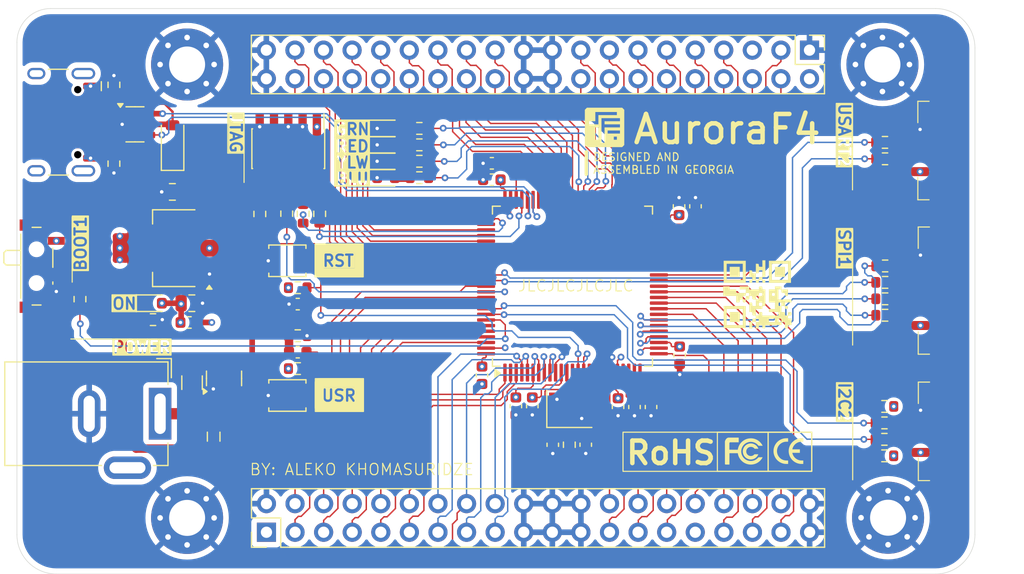
<source format=kicad_pcb>
(kicad_pcb (version 20240108) (generator "pcbnew") (generator_version "8.0")
  (title_block (title "AuroraF4 Dev Board") (date "2024-10-13") (rev "v1.0.1") (company "Interstelar LLC"))
  (layers (0 "F.Cu" signal) (1 "In1.Cu" power) (2 "In2.Cu" power) (31 "B.Cu" signal) (34 "B.Paste" user) (35 "F.Paste" user) (36 "B.SilkS" user "B.Silkscreen") (37 "F.SilkS" user "F.Silkscreen") (38 "B.Mask" user) (39 "F.Mask" user) (44 "Edge.Cuts" user))
  (net 0 "")
  (net 1 "GND")
  (net 2 "+3.3V")
  (net 3 "Net-(U1-VCAP_2)")
  (net 4 "Net-(U1-VCAP_1)")
  (net 5 "+3.3VA")
  (net 6 "Net-(C12-Pad1)")
  (net 7 "HSE_IN")
  (net 8 "+12V")
  (net 9 "LED_BLUE")
  (net 10 "LED_RED")
  (net 11 "LED_YELLOW")
  (net 12 "LED_GREEN")
  (net 13 "Net-(D5-K)")
  (net 14 "SPI1_MISO")
  (net 15 "SPI1_SCK")
  (net 16 "SPI1_MOSI")
  (net 17 "Net-(J2-Pin_10)")
  (net 19 "Net-(J2-Pin_6)")
  (net 20 "Net-(J2-Pin_2)")
  (net 22 "Net-(J2-Pin_4)")
  (net 23 "Net-(J3-Pin_3)")
  (net 24 "Net-(J3-Pin_2)")
  (net 25 "Net-(J4-Pin_2)")
  (net 26 "Net-(J4-Pin_3)")
  (net 27 "+5V")
  (net 28 "USB_CONN_D-")
  (net 31 "USB_CONN_D+")
  (net 34 "Net-(J5-CC1)")
  (net 35 "Net-(J5-CC2)")
  (net 38 "BOOT0")
  (net 39 "HSE_OUT")
  (net 40 "SWDIO")
  (net 41 "SWCLK")
  (net 42 "SWO")
  (net 43 "NRST")
  (net 44 "I2C1_SCL")
  (net 45 "I2C1_SDA")
  (net 46 "USART2_RX")
  (net 47 "USART2_TX")
  (net 48 "SPI1_NSS")
  (net 49 "USB_D+")
  (net 50 "USB_D-")
  (net 51 "Net-(D1-A)")
  (net 52 "Net-(D2-A)")
  (net 53 "Net-(D3-A)")
  (net 54 "Net-(D4-A)")
  (net 55 "Net-(C18-Pad2)")
  (net 56 "Net-(BOOT1-B)")
  (net 57 "Net-(J1-Pin_3)")
  (net 58 "Net-(J1-Pin_4)")
  (net 59 "Net-(J1-Pin_2)")
  (net 60 "Net-(J1-Pin_5)")
  (net 61 "Net-(U4-VI)")
  (net 62 "Net-(D6-K)")
  (net 63 "Net-(Q1-D)")
  (net 64 "PB4")
  (net 65 "PD7")
  (net 66 "PC14")
  (net 67 "PB1")
  (net 68 "PA0")
  (net 69 "PE7")
  (net 70 "PE5")
  (net 71 "PC1")
  (net 72 "PC15")
  (net 73 "PA4")
  (net 74 "PC4")
  (net 75 "PE3")
  (net 76 "PE1")
  (net 77 "PA2")
  (net 78 "PB0")
  (net 79 "PB5")
  (net 80 "PA1")
  (net 81 "PE0")
  (net 82 "PC3")
  (net 83 "PA3")
  (net 84 "PC0")
  (net 85 "PC2")
  (net 86 "PC13")
  (net 87 "PB9")
  (net 88 "PB8")
  (net 89 "PB2")
  (net 90 "PE6")
  (net 91 "PC5")
  (net 92 "PE4")
  (net 93 "PE2")
  (net 94 "PD1")
  (net 95 "PB15")
  (net 96 "PD11")
  (net 97 "PC6")
  (net 98 "PE15")
  (net 99 "PB11")
  (net 100 "PE9")
  (net 101 "PD4")
  (net 102 "PE12")
  (net 103 "PA15")
  (net 104 "PC8")
  (net 105 "PD10")
  (net 106 "PC9")
  (net 107 "PE14")
  (net 108 "PC7")
  (net 109 "PB14")
  (net 110 "PA10")
  (net 111 "PB10")
  (net 112 "PC11")
  (net 113 "PE13")
  (net 114 "PA8")
  (net 115 "PE11")
  (net 116 "PD9")
  (net 117 "PB13")
  (net 118 "PE10")
  (net 119 "PB12")
  (net 120 "PE8")
  (net 121 "PD2")
  (net 122 "PC10")
  (net 123 "PD8")
  (net 124 "PA9")
  (net 125 "PC12")
  (net 126 "PD3")
  (net 127 "PD0")
  (footprint "Connector_JST_XA_1.25mm:JST-XA-1.25mm SMD Horizontal 01x04" (layer "F.Cu") (at 178.745 87 -90)
    (property "Reference" "J4" (hide yes))
    (property "Value" "USART_2")
  )
  (footprint "Resistor_SMD:R_0603_1608Metric" (layer "F.Cu") (at 123.93 92 -90)
    (property "Reference" "R8" (hide yes))
    (property "Value" "22r")
  )
  (footprint "Button_Switch_SMD:SW_SPDT_PCM12" (layer "F.Cu") (at 100.57 96.65 -90)
    (property "Reference" "BOOT1")
    (property "Value" "SW_SPDT")
  )
  (footprint "Button_Switch_SMD:SW_SPST_B3U-1000P" (layer "F.Cu") (at 122.53 108.14)
    (property "Reference" "USR")
    (property "Value" "SW_Push")
  )
  (footprint "Capacitor_SMD:C_0805_2012Metric" (layer "F.Cu") (at 114.04 99.94)
    (property "Reference" "C15" (hide yes))
    (property "Value" "22u" (hide yes))
  )
  (footprint "Resistor_SMD:R_0603_1608Metric" (layer "F.Cu") (at 107.1175 80.5375 -90)
    (property "Reference" "R17" (hide yes))
    (property "Value" "5.1k")
  )
  (footprint "Capacitor_SMD:C_0603_1608Metric" (layer "F.Cu") (at 123.45 100.02 180)
    (property "Reference" "C17" (hide yes))
    (property "Value" "100n")
  )
  (footprint "LED_SMD:LED_0603_1608Metric" (layer "F.Cu") (at 131.29 88.79)
    (property "Reference" "D4" (hide yes))
    (property "Value" "GREEN")
  )
  (footprint "Diode_SMD:D_SOD-123" (layer "F.Cu") (at 112.33 85.78 90)
    (property "Reference" "D6" (hide yes))
    (property "Value" "1N4148WT" (hide yes))
  )
  (footprint "Connector_PinHeader_1.27mm:PinHeader_2x05_P1.27mm_Vertical_SMD" (layer "F.Cu") (at 122.61 86.21 -90)
    (property "Reference" "J2" (hide yes))
    (property "Value" "SWD")
  )
  (footprint "Resistor_SMD:R_0603_1608Metric" (layer "F.Cu") (at 122.47 91.985 -90)
    (property "Reference" "R9" (hide yes))
    (property "Value" "22r")
  )
  (footprint "Inductor_SMD:L_0603_1608Metric" (layer "F.Cu") (at 113.82 101.65)
    (property "Reference" "L1" (hide yes))
    (property "Value" "39n")
  )
  (footprint "Connector_DC_Jack:BarrelJack_GCT_DCJ200-10-A_Horisontal" (layer "F.Cu") (at 104.92 109.76 -90)
    (property "Reference" "POWER")
    (property "Value" "Barrel_Jack_MountingPin" (hide yes))
  )
  (footprint "Capacitor_SMD:C_0603_1608Metric" (layer "F.Cu") (at 123.45 104.29 180)
    (property "Reference" "C18" (hide yes))
    (property "Value" "100n")
  )
  (footprint "Resistor_SMD:R_0603_1608Metric" (layer "F.Cu") (at 134.255 84.41 180)
    (property "Reference" "R24" (hide yes))
    (property "Value" "1k")
  )
  (footprint "Capacitor_SMD:C_0603_1608Metric" (layer "F.Cu") (at 157.33 91.33 90)
    (property "Reference" "C6" (hide yes))
    (property "Value" "100n")
  )
  (footprint "Resistor_SMD:R_0603_1608Metric" (layer "F.Cu") (at 175.575 113.5)
    (property "Reference" "R12" (hide yes))
    (property "Value" "2.2k")
  )
  (footprint "MountingHole:MountingHole_3.2mm_M3_Pad_Via" (layer "F.Cu") (at 113.62 119.015)
    (property "Reference" "H4" (hide yes))
    (property "Value" "MountingHole_Pad" (hide yes))
  )
  (footprint "Capacitor_SMD:C_0603_1608Metric" (layer "F.Cu") (at 142.83 109.09 -90)
    (property "Reference" "C9" (hide yes))
    (property "Value" "100n")
  )
  (footprint "Capacitor_SMD:C_0603_1608Metric" (layer "F.Cu") (at 149.04 112.515 -90)
    (property "Reference" "C12" (hide yes))
    (property "Value" "12p")
  )
  (footprint "Connector_PinHeader_2.54mm:PinHeader_2x20_P2.54mm_Vertical" (layer "F.Cu") (at 168.92 77.457056 -90)
    (property "Reference" "J9" (hide yes))
    (property "Value" "Conn_02x20_Odd_Even")
  )
  (footprint "Capacitor_SMD:C_0805_2012Metric" (layer "F.Cu") (at 112.31 90.05 180)
    (property "Reference" "C14" (hide yes))
    (property "Value" "10u")
  )
  (footprint "Inductor_SMD:L_0805_2012Metric" (layer "F.Cu") (at 115.98 111.7975 -90)
    (property "Reference" "FB1" (hide yes))
    (property "Value" "600 @ 600MHz" (hide yes))
  )
  (footprint "Resistor_SMD:R_0603_1608Metric" (layer "F.Cu") (at 120.08 92.01 -90)
    (property "Reference" "R10" (hide yes))
    (property "Value" "22r")
  )
  (footprint "LED_SMD:LED_0603_1608Metric" (layer "F.Cu") (at 110.59 99.94)
    (property "Reference" "D5" (hide yes))
    (property "Value" "GREEN" (hide yes))
  )
  (footprint "Resistor_SMD:R_0603_1608Metric" (layer "F.Cu") (at 175.63 87.11 180)
    (property "Reference" "R16" (hide yes))
    (property "Value" "22r")
  )
  (footprint "Resistor_SMD:R_0603_1608Metric" (layer "F.Cu") (at 123.45 98.56 180)
    (property "Reference" "R4" (hide yes))
    (property "Value" "4.7k")
  )
  (footprint "Logo.preety:FCE-Logo" (layer "F.Cu") (at 163.08 113.08)
    (property "Reference" "G***" (hide yes))
    (property "Value" "LOGO" (hide yes))
  )
  (footprint "Resistor_SMD:R_0603_1608Metric" (layer "F.Cu") (at 123.45 105.75 180)
    (property "Reference" "R5" (hide yes))
    (property "Value" "4.7k")
  )
  (footprint "Resistor_SMD:R_0603_1608Metric" (layer "F.Cu") (at 175.58 109.11)
    (property "Reference" "R11" (hide yes))
    (property "Value" "2.2k")
  )
  (footprint "Resistor_SMD:R_0603_1608Metric" (layer "F.Cu") (at 125.4 92 -90)
    (property "Reference" "R7" (hide yes))
    (property "Value" "22r" (hide yes))
  )
  (footprint "Connector_JST_XA_1.25mm:JST-XA-1.25mm SMD Horizontal 01x06" (layer "F.Cu") (at 178.78 99.42 -90)
    (property "Reference" "J1" (hide yes))
    (property "Value" "SPI_1")
  )
  (footprint "Resistor_SMD:R_0603_1608Metric" (layer "F.Cu") (at 110.59 101.4 180)
    (property "Reference" "R19" (hide yes))
    (property "Value" "330r")
  )
  (footprint "Resistor_SMD:R_0603_1608Metric" (layer "F.Cu") (at 134.255 87.33 180)
    (property "Reference" "R26" (hide yes))
    (property "Value" "1k")
  )
  (footprint "Connector_PinHeader_2.54mm:PinHeader_2x20_P2.54mm_Vertical" (layer "F.Cu") (at 120.67 120.29 90)
    (property "Reference" "J7" (hide yes))
    (property "Value" "Conn_02x20_Odd_Even")
  )
  (footprint "MountingHole:MountingHole_3.2mm_M3_Pad_Via" (layer "F.Cu") (at 175.4 78.732056)
    (property "Reference" "H2" (hide yes))
    (property "Value" "MountingHole_Pad" (hide yes))
  )
  (footprint "Capacitor_SMD:C_0603_1608Metric" (layer "F.Cu") (at 154.84 109.165 -90)
    (property "Reference" "C11" (hide yes))
    (property "Value" "10n")
  )
  (footprint "LED_SMD:LED_0603_1608Metric" (layer "F.Cu") (at 131.29 87.33)
    (property "Reference" "D3" (hide yes))
    (property "Value" "YELLOW")
  )
  (footprint "Resistor_SMD:R_0603_1608Metric" (layer "F.Cu") (at 123.45 102.83)
    (property "Reference" "R6" (hide yes))
    (property "Value" "100R")
  )
  (footprint "Logo.preety:Aurora-QR" (layer "F.Cu") (at 164.24 99.16)
    (property "Reference" "G***" (hide yes))
    (property "Value" "LOGO" (hide yes))
  )
  (footprint "Capacitor_SMD:C_0603_1608Metric" (layer "F.Cu") (at 153.37 109.165 -90)
    (property "Reference" "C10" (hide yes))
    (property "Value" "1u")
  )
  (footprint "Resistor_SMD:R_0603_1608Metric" (layer "F.Cu") (at 107.1175 87.5425 90)
    (property "Reference" "R18" (hide yes))
    (property "Value" "5.1k" (hide yes))
  )
  (footprint "Resistor_SMD:R_0603_1608Metric" (layer "F.Cu") (at 175.64 98.09 180)
    (property "Reference" "R20" (hide yes))
    (property "Value" "22r")
  )
  (footprint "Resistor_SMD:R_0603_1608Metric" (layer "F.Cu") (at 104.1 99.58 90)
    (property "Reference" "R1" (hide yes))
    (property "Value" "10k")
  )
  (footprint "Crystal:Crystal_SMD_3225-4Pin_3.2x2.5mm" (layer "F.Cu") (at 147.58 109.33)
    (property "Reference" "Y1" (hide yes))
    (property "Value" "16MHz")
  )
  (footprint "LED_SMD:LED_0603_1608Metric" (layer "F.Cu") (at 131.295 84.41)
    (property "Reference" "D1" (hide yes))
    (property "Value" "BLUE")
  )
  (footprint "Resistor_SMD:R_0603_1608Metric" (layer "F.Cu") (at 134.255 85.87 180)
    (property "Reference" "R25" (hide yes))
    (property "Value" "1k")
  )
  (footprint "Logo.preety:CE-Logo" (layer "F.Cu") (at 167.09 113.079752)
    (property "Reference" "G***" (hide yes))
    (property "Value" "LOGO" (hide yes))
  )
  (footprint "Package_TO_SOT_SMD:SOT-223-3_TabPin2" (layer "F.Cu") (at 112.46 95.05 180)
    (property "Reference" "U4" (hide yes))
    (property "Value" "AMS1117-3.3" (hide yes))
  )
  (footprint "Resistor_SMD:R_0603_1608Metric" (layer "F.Cu") (at 175.64 101.01 180)
    (property "Reference" "R13" (hide yes))
    (property "Value" "22r")
  )
  (footprint "MountingHole:MountingHole_3.2mm_M3_Pad_Via" (layer "F.Cu") (at 113.62 78.732056)
    (property "Reference" "H1" (hide yes))
    (property "Value" "MountingHole_Pad" (hide yes))
  )
  (footprint "Capacitor_SMD:C_0603_1608Metric" (layer "F.Cu") (at 140.695 88.97 180)
    (property "Reference" "C5" (hide yes))
    (property "Value" "100n")
  )
  (footprint "Resistor_SMD:R_0603_1608Metric" (layer "F.Cu") (at 175.64 99.55 180)
    (property "Reference" "R14" (hide yes))
    (property "Value" "22r")
  )
  (footprint "USB_TYPE_C:USB_C_Receptacle_HCTL_HC-TYPE-C-16P-01A" (layer "F.Cu") (at 97.6975 83.785 -90)
    (property "Reference" "J5" (hide yes))
    (property "Value" "USB_C_Receptacle_USB2.0_16P" (hide yes))
  )
  (footprint "Package_TO_SOT_SMD:SOT-23-6" (layer "F.Cu") (at 108.9875 84.0475)
    (property "Reference" "U3" (hide yes))
    (property "Value" "USBLC6-2SC6")
  )
  (footprint "Capacitor_SMD:C_0603_1608Metric" (layer "F.Cu") (at 139.82 106.34 -90)
    (property "Reference" "C4" (hide yes))
    (property "Value" "100n")
  )
  (footprint "Fuse:Fuse_1206_3216Metric" (layer "F.Cu") (at 114.06 107 90)
    (property "Reference" "F1" (hide yes))
    (property "Value" "250mA" (hide yes))
  )
  (footprint "Resistor_SMD:R_0603_1608Metric" (layer "F.Cu") (at 147.58 112.515 -90)
    (property "Reference" "R2" (hide yes))
    (property "Value" "47r")
  )
  (footprint "Connector_JST_XA_1.25mm:JST-XA-1.25mm SMD Horizontal 01x04" (layer "F.Cu") (at 178.79 111.95 -90)
    (property "Reference" "J3" (hide yes))
    (property "Value" "I2C_1")
  )
  (footprint "Capacitor_SMD:C_0603_1608Metric" (layer "F.Cu") (at 146.11 112.52 -90)
    (property "Reference" "C13" (hide yes))
    (property "Value" "12p")
  )
  (footprint "Resistor_SMD:R_0603_1608Metric" (layer "F.Cu") (at 134.255 88.79 180)
    (property "Reference" "R27" (hide yes))
    (property "Value" "1k")
  )
  (footprint "Capacitor_SMD:C_0603_1608Metric" (layer "F.Cu") (at 157.38 104.57 -90)
    (property "Reference" "C7" (hide yes))
    (property "Value" "100n")
  )
  (footprint "Button_Switch_SMD:SW_SPST_B3U-1000P" (layer "F.Cu") (at 122.53 96.17)
    (property "Reference" "RST")
    (property "Value" "SW_Push")
  )
  (footprint "Resistor_SMD:R_0603_1608Metric" (layer "F.Cu") (at 175.625 85.65 180)
    (property "Reference" "R15" (hide yes))
    (property "Value" "22r")
  )
  (footprint "Package_TO_SOT_SMD:SOT-23" (layer "F.Cu") (at 116.9 106.62 90)
    (property "Reference" "Q1" (hide yes))
    (property "Value" "AO3401A" (hide yes))
  )
  (footprint "LED_SMD:LED_0603_1608Metric" (layer "F.Cu") (at 131.295 85.87)
    (property "Reference" "D2" (hide yes))
    (property "Value" "RED")
  )
  (footprint "Resistor_SMD:R_0603_1608Metric" (layer "F.Cu") (at 175.575 112.035 180)
    (property "Reference" "R22" (hide yes))
    (property "Value" "22r" (hide yes))
  )
  (footprint "Capacitor_SMD:C_0603_1608Metric" (layer "F.Cu") (at 151.91 109.16 -90)
    (property "Reference" "C8" (hide yes))
    (property "Value" "100n")
  )
  (footprint "Capacitor_SMD:C_0603_1608Metric" (layer "F.Cu") (at 158.79 91.33 90)
    (property "Reference" "C3" (hide yes))
    (property "Value" "2u2")
  )
  (footprint "Capacitor_SMD:C_0603_1608Metric" (layer "F.Cu") (at 140.695 87.51 180)
    (property "Reference" "C2" (hide yes))
    (property "Value" "2u2")
  )
  (footprint "Capacitor_SMD:C_0603_1608Metric" (layer "F.Cu") (at 144.29 109.09 -90)
    (property "Reference" "C1" (hide yes))
    (property "Value" "4u7")
  )
  (footprint "Logo.preety:Aurora-Logo" (layer "F.Cu") (at 150.71 84.32)
    (property "Reference" "G***" (hide yes))
    (property "Value" "LOGO" (hide yes))
  )
  (footprint "Resistor_SMD:R_0603_1608Metric" (layer "F.Cu") (at 175.58 110.575 180)
    (property "Reference" "R23" (hide yes))
    (property "Value" "22r" (hide yes))
  )
  (footprint "MountingHole:MountingHole_3.2mm_M3_Pad_Via" (layer "F.Cu") (at 175.9 119)
    (property "Reference" "H3")
    (property "Value" "MountingHole_Pad" (hide yes))
  )
  (footprint "Package_QFP:LQFP-100_14x14mm_P0.5mm" (layer "F.Cu") (at 147.86 98.43 90)
    (property "Reference" "U1" (hide yes))
    (property "Value" "STM32F407VGTx" (hide yes))
  )
  (footprint "Resistor_SMD:R_0603_1608Metric" (layer "F.Cu") (at 175.64 96.63 180)
    (property "Reference" "R21" (hide yes))
    (property "Value" "22r")
  )
  (gr_rect (start 126.9 86.6) (end 129.66 86.7) (stroke (width 0.1)) (fill none) (layer "F.SilkS"))
  (gr_line (start 172.765 107.12) (end 172.755 115.63) (stroke (width 0.1)) (layer "F.SilkS"))
  (gr_rect (start 126.75 85.135) (end 129.81 85.27) (stroke (width 0.1)) (fill solid) (layer "F.SilkS"))
  (gr_rect (start 125.07 94.77) (end 129.22 97.51) (stroke (width 0.1)) (fill none) (layer "F.SilkS"))
  (gr_rect (start 171.315 107) (end 172.765 110.43) (stroke (width 0.1)) (fill none) (layer "F.SilkS"))
  (gr_rect (start 129.7 83.69) (end 129.805 89.525) (stroke (width 0.1)) (fill solid) (layer "F.SilkS"))
  (gr_rect (start 125.01 106.64) (end 129.29 109.56) (stroke (width 0.1)) (fill none) (layer "F.SilkS"))
  (gr_rect (start 103.42 92.19) (end 104.85 97.04) (stroke (width 0.1)) (fill none) (layer "F.SilkS"))
  (gr_circle (center 126.07 83.43) (end 126.04 83.37) (stroke (width 0.1)) (fill none) (layer "F.SilkS"))
  (gr_rect (start 171.31 93.3) (end 172.75 96.81) (stroke (width 0.1)) (fill none) (layer "F.SilkS"))
  (gr_rect (start 126.74 83.665) (end 129.81 83.71) (stroke (width 0.1)) (fill none) (layer "F.SilkS"))
  (gr_line (start 149.09 86.49) (end 149.09 88.49) (stroke (width 0.3)) (layer "F.SilkS"))
  (gr_rect (start 125.36 95.03) (end 128.9 97.23) (stroke (width 0.8)) (fill none) (layer "F.SilkS"))
  (gr_rect (start 126.74 83.67) (end 126.9 89.53) (stroke (width 0.1)) (fill solid) (layer "F.SilkS"))
  (gr_rect (start 126.74 89.5146) (end 129.8525 89.54) (stroke (width 0.1)) (fill none) (layer "F.SilkS"))
  (gr_rect (start 125.09 106.73) (end 129.24 109.47) (stroke (width 0.1)) (fill none) (layer "F.SilkS"))
  (gr_line (start 103.41 92.29) (end 103.41 98.07) (stroke (width 0.1)) (layer "F.SilkS"))
  (gr_line (start 118.68 83.14) (end 118.68 89.21) (stroke (width 0.1)) (layer "F.SilkS"))
  (gr_rect (start 160.735 111.4) (end 165.24 114.88) (stroke (width 0.1)) (fill none) (layer "F.SilkS"))
  (gr_rect (start 124.99 94.68) (end 129.27 97.6) (stroke (width 0.1)) (fill none) (layer "F.SilkS"))
  (gr_line (start 172.75 93.43) (end 172.75 103.66) (stroke (width 0.1)) (layer "F.SilkS"))
  (gr_line (start 172.74 82.29) (end 172.74 89.87) (stroke (width 0.1)) (layer "F.SilkS"))
  (gr_rect (start 165.24 111.4) (end 169.12 114.87) (stroke (width 0.1)) (fill none) (layer "F.SilkS"))
  (gr_rect (start 107.025 103.12) (end 112.195 104.55) (stroke (width 0.1)) (fill none) (layer "F.SilkS"))
  (gr_rect (start 106.95 99.195) (end 109.125 100.69) (stroke (width 0.1)) (fill none) (layer "F.SilkS"))
  (gr_line (start 112.105 103.12) (end 103.285 103.12) (stroke (width 0.1)) (layer "F.SilkS"))
  (gr_rect (start 117.23 83.05) (end 118.68 86.61) (stroke (width 0.1)) (fill none) (layer "F.SilkS"))
  (gr_rect (start 125.36 107) (end 128.9 109.2) (stroke (width 0.8)) (fill none) (layer "F.SilkS"))
  (gr_rect (start 152.35 111.4) (end 169.12 114.88) (stroke (width 0.1)) (fill none) (layer "F.SilkS"))
  (gr_rect (start 126.94 88.03) (end 129.65 88.16) (stroke (width 0.1)) (fill none) (layer "F.SilkS"))
  (gr_rect (start 171.3 82.19) (end 172.74 87.82) (stroke (width 0.1)) (fill none) (layer "F.SilkS"))
  (gr_line (start 180.12 124) (end 102 124) (stroke (width 0.05)) (layer "Edge.Cuts"))
  (gr_arc (start 98.5 76.76132) (mid 99.37868 74.64) (end 101.5 73.76132) (stroke (width 0.05)) (layer "Edge.Cuts"))
  (gr_arc (start 180.12 73.76) (mid 182.594874 74.785126) (end 183.62 77.26) (stroke (width 0.05)) (layer "Edge.Cuts"))
  (gr_arc (start 183.62 120.5) (mid 182.594874 122.974874) (end 180.12 124) (stroke (width 0.05)) (layer "Edge.Cuts"))
  (gr_arc (start 102 124) (mid 99.525126 122.974874) (end 98.5 120.5) (stroke (width 0.05)) (layer "Edge.Cuts"))
  (gr_line (start 98.5 120.5) (end 98.5 76.76132) (stroke (width 0.05)) (layer "Edge.Cuts"))
  (gr_line (start 183.62 77.26) (end 183.62 120.5) (stroke (width 0.05)) (layer "Edge.Cuts"))
  (gr_line (start 180.12 73.76) (end 101.5 73.76) (stroke (width 0.05)) (layer "Edge.Cuts"))
  (gr_text "ON" (at 106.87 100.57 0) (layer "F.SilkS" knockout) (effects (font (size 1 1) (thickness 0.2) (bold yes)) (justify left bottom)))
  (gr_text "I2C2" (at 171.43 106.88 270) (layer "F.SilkS" knockout) (effects (font (size 1 1) (thickness 0.2) (bold yes)) (justify left bottom)))
  (gr_text "RED" (at 126.709048 86.589333 0) (layer "F.SilkS" knockout) (effects (font (size 1 1) (thickness 0.2) (bold yes)) (justify left bottom)))
  (gr_text "BY: ALEKO KHOMASURIDZE" (at 119.12 115.3 0) (layer "F.SilkS") (effects (font (size 1 1) (thickness 0.1)) (justify left bottom)))
  (gr_text "BLU" (at 126.756667 89.479999 0) (layer "F.SilkS" knockout) (effects (font (size 1 1) (thickness 0.2) (bold yes)) (justify left bottom)))
  (gr_text "RoHS" (at 152.44 114.407752 0) (layer "F.SilkS") (effects (font (size 2 2) (thickness 0.4) (bold yes)) (justify left bottom)))
  (gr_text "AuroraF4" (at 153.06 85.95 0) (layer "F.SilkS") (effects (font (size 2.5 2.5) (thickness 0.4)) (justify left bottom)))
  (gr_text "DESIGNED AND\nASSEMBLED IN GEORGIA" (at 149.64 88.49 0) (layer "F.SilkS") (effects (font (size 0.7 0.7) (thickness 0.1)) (justify left bottom)))
  (gr_text "YLW" (at 126.804286 88.034666 0) (layer "F.SilkS" knockout) (effects (font (size 1 1) (thickness 0.2) (bold yes)) (justify left bottom)))
  (gr_text "GRN" (at 128.29 84.48 0) (layer "F.SilkS" knockout) (effects (font (size 1 1) (thickness 0.2) (bold yes))))
  (gr_text "USART2\n" (at 171.43 82.08 270) (layer "F.SilkS" knockout) (effects (font (size 1 1) (thickness 0.2) (bold yes)) (justify left bottom)))
  (gr_text "JTAG" (at 117.36 83.03 -90) (layer "F.SilkS" knockout) (effects (font (size 1 1) (thickness 0.2) (bold yes)) (justify left bottom)))
  (gr_text "SPI1" (at 171.43 93.24 270) (layer "F.SilkS" knockout) (effects (font (size 1 1) (thickness 0.2) (bold yes)) (justify left bottom)))
  (gr_text "JLCJLCJLCJLC\n" (at 142.95 98.98 0) (layer "F.SilkS") (effects (font (size 1 1) (thickness 0.1)) (justify left bottom)))
  (segment (start 153.898298 104.298652) (end 154.26695 103.93) (width 0.126) (layer "F.Cu") (net 1))
  (segment (start 146.36 105.257306) (end 146.916576 104.70073) (width 0.126) (layer "F.Cu") (net 1))
  (segment (start 154.26695 103.93) (end 155.535 103.93) (width 0.126) (layer "F.Cu") (net 1))
  (segment (start 157.38 106.27) (end 157.39 106.28) (width 0.126) (layer "F.Cu") (net 1))
  (segment (start 151.36 106.105) (end 151.36 104.75) (width 0.126) (layer "F.Cu") (net 1))
  (segment (start 141.77 103.9) (end 141.74 103.93) (width 0.126) (layer "F.Cu") (net 1))
  (segment (start 146.36 106.105) (end 146.36 105.257306) (width 0.126) (layer "F.Cu") (net 1))
  (segment (start 153.889322 104.298652) (end 153.898298 104.298652) (width 0.126) (layer "F.Cu") (net 1))
  (segment (start 142.36 92.143043) (end 142.36 90.755) (width 0.126) (layer "F.Cu") (net 1))
  (segment (start 151.36 104.75) (end 151.37 104.74) (width 0.126) (layer "F.Cu") (net 1))
  (segment (start 157.38 105.345) (end 157.38 106.27) (width 0.5) (layer "F.Cu") (net 1))
  (segment (start 141.74 103.93) (end 140.185 103.93) (width 0.126) (layer "F.Cu") (net 1))
  (segment (start 141.88 103.9) (end 141.77 103.9) (width 0.126) (layer "F.Cu") (net 1))
  (segment (start 142.301349 92.201694) (end 142.36 92.143043) (width 0.126) (layer "F.Cu") (net 1))
  (via (at 153.889322 104.298652) (size 0.6) (drill 0.3) (layers "F.Cu" "B.Cu") (net 1))
  (via (at 111.36 90.05) (size 0.6) (drill 0.3) (layers "F.Cu" "B.Cu") (net 1))
  (via (at 120.07 84.26) (size 0.6) (drill 0.3) (layers "F.Cu" "B.Cu") (net 1))
  (via (at 153.37 109.94) (size 0.6) (drill 0.3) (layers "F.Cu" "B.Cu") (net 1))
  (via (at 146.916576 104.70073) (size 0.6) (drill 0.3) (layers "F.Cu" "B.Cu") (net 1))
  (via (at 102 98.9) (size 0.6) (drill 0.3) (layers "F.Cu" "B.Cu") (net 1))
  (via (at 142.83 109.865) (size 0.6) (drill 0.3) (layers "F.Cu" "B.Cu") (net 1))
  (via (at 130.5075 85.87) (size 0.6) (drill 0.3) (layers "F.Cu" "B.Cu") (net 1))
  (via (at 139.92 87.51) (size 0.6) (drill 0.3) (layers "F.Cu" "B.Cu") (net 1))
  (via (at 105.0425 87.055) (size 0.6) (drill 0.3) (layers "F.Cu" "B.Cu") (net 1))
  (via (at 149.04 113.29) (size 0.6) (drill 0.3) (layers "F.Cu" "B.Cu") (net 1))
  (via (at 105.0425 80.655) (size 0.6) (drill 0.3) (layers "F.Cu" "B.Cu") (net 1))
  (via (at 115.61 97.35) (size 0.6) (drill 0.3) (layers "F.Cu" "B.Cu") (net 1))
  (via (at 154.84 109.94) (size 0.6) (drill 0.3) (layers "F.Cu" "B.Cu") (net 1))
  (via (at 178.78 95.67) (size 0.6) (drill 0.3) (layers "F.Cu" "B.Cu") (net 1))
  (via (at 111.36 90.05) (size 0.6) (drill 0.3) (layers "F.Cu" "B.Cu") (net 1))
  (via (at 130.5075 84.41) (size 0.6) (drill 0.3) (layers "F.Cu" "B.Cu") (net 1))
  (via (at 122.675 100.02) (size 0.6) (drill 0.3) (layers "F.Cu" "B.Cu") (net 1))
  (via (at 139.92 88.97) (size 0.6) (drill 0.3) (layers "F.Cu" "B.Cu") (net 1))
  (via (at 114.99 99.94) (size 0.6) (drill 0.3) (layers "F.Cu" "B.Cu") (net 1))
  (via (at 130.5025 87.33) (size 0.6) (drill 0.3) (layers "F.Cu" "B.Cu") (net 1))
  (via (at 142.301349 92.201694) (size 0.6) (drill 0.3) (layers "F.Cu" "B.Cu") (net 1))
  (via (at 120.83 96.17) (size 0.6) (drill 0.3) (layers "F.Cu" "B.Cu") (net 1))
  (via (at 178.79 109.45) (size 0.6) (drill 0.3) (layers "F.Cu" "B.Cu") (net 1))
  (via (at 157.39 106.28) (size 0.6) (drill 0.3) (layers "F.Cu" "B.Cu") (net 1))
  (via (at 139.82 107.115) (size 0.6) (drill 0.3) (layers "F.Cu" "B.Cu") (net 1))
  (via (at 107.1175 79.7125) (size 0.6) (drill 0.3) (layers "F.Cu" "B.Cu") (net 1))
  (via (at 158.79 90.555) (size 0.6) (drill 0.3) (layers "F.Cu" "B.Cu") (net 1))
  (via (at 120.83 108.14) (size 0.6) (drill 0.3) (layers "F.Cu" "B.Cu") (net 1))
  (via (at 124.275 102.83) (size 0.6) (drill 0.3) (layers "F.Cu" "B.Cu") (net 1))
  (via (at 157.33 90.555) (size 0.6) (drill 0.3) (layers "F.Cu" "B.Cu") (net 1))
  (via (at 146.11 113.295) (size 0.6) (drill 0.3) (layers "F.Cu" "B.Cu") (net 1))
  (via (at 130.5025 88.79) (size 0.6) (drill 0.3) (layers "F.Cu" "B.Cu") (net 1))
  (via (at 115.95 107.5575) (size 0.6) (drill 0.3) (layers "F.Cu" "B.Cu") (net 1))
  (via (at 123.88 84.26) (size 0.6) (drill 0.3) (layers "F.Cu" "B.Cu") (net 1))
  (via (at 107.85 84.0475) (size 0.6) (drill 0.3) (layers "F.Cu" "B.Cu") (net 1))
  (via (at 141.88 103.9) (size 0.6) (drill 0.3) (layers "F.Cu" "B.Cu") (net 1))
  (via (at 122.61 84.26) (size 0.6) (drill 0.3) (layers "F.Cu" "B.Cu") (net 1))
  (via (at 151.37 104.74) (size 0.6) (drill 0.3) (layers "F.Cu" "B.Cu") (net 1))
  (via (at 111.415 101.4) (size 0.6) (drill 0.3) (layers "F.Cu" "B.Cu") (net 1))
  (via (at 151.91 109.935) (size 0.6) (drill 0.3) (layers "F.Cu" "B.Cu") (net 1))
  (via (at 146.48 108.48) (size 0.6) (drill 0.3) (layers "F.Cu" "B.Cu") (net 1))
  (via (at 107.1175 88.3675) (size 0.6) (drill 0.3) (layers "F.Cu" "B.Cu") (net 1))
  (via (at 148.68 110.18) (size 0.6) (drill 0.3) (layers "F.Cu" "B.Cu") (net 1))
  (via (at 144.29 109.865) (size 0.6) (drill 0.3) (layers "F.Cu" "B.Cu") (net 1))
  (via (at 178.745 84.5) (size 0.6) (drill 0.3) (layers "F.Cu" "B.Cu") (net 1))
  (segment (start 107.92 93.98) (end 107.92 95.79) (width 0.5) (layer "F.Cu") (net 2))
  (segment (start 107.27 94) (end 107.29 93.98) (width 0.5) (layer "F.Cu") (net 2))
  (segment (start 107.64 95.035) (end 107.64 96.09) (width 0.5) (layer "F.Cu") (net 2))
  (segment (start 144.36 107.26) (end 144.12 107.5) (width 0.126) (layer "F.Cu") (net 2))
  (segment (start 145.094 107.624966) (end 145.094 108.156) (width 0.126) (layer "F.Cu") (net 2))
  (segment (start 156.56 92.2) (end 156.66 92.1) (width 0.126) (layer "F.Cu") (net 2))
  (segment (start 107.93 95.8) (end 108.68 95.05) (width 0.5) (layer "F.Cu") (net 2))
  (segment (start 139.82 104.91) (end 139.82 105.565) (width 0.126) (layer "F.Cu") (net 2))
  (segment (start 157.325 92.1) (end 157.33 92.105) (width 0.126) (layer "F.Cu") (net 2))
  (segment (start 107.64 96.09) (end 108.11 96.09) (width 0.5) (layer "F.Cu") (net 2))
  (segment (start 113.09 100) (end 113.09 101.5925) (width 0.5) (layer "F.Cu") (net 2))
  (segment (start 107.64 93.98) (end 107.64 95.035) (width 0.5) (layer "F.Cu") (net 2))
  (segment (start 107.29 93.98) (end 107.64 93.98) (width 0.5) (layer "F.Cu") (net 2))
  (segment (start 150.86 106.105) (end 150.86 106.96) (width 0.126) (layer "F.Cu") (net 2))
  (segment (start 108.24 93.98) (end 109.31 95.05) (width 0.5) (layer "F.Cu") (net 2))
  (segment (start 145.508966 107.21) (end 145.094 107.624966) (width 0.126) (layer "F.Cu") (net 2))
  (segment (start 155.535 103.43) (end 156.49 103.43) (width 0.126) (layer "F.Cu") (net 2))
  (segment (start 108.11 96.09) (end 108.27 96.09) (width 0.5) (layer "F.Cu") (net 2))
  (segment (start 108.24 95.96) (end 108.11 96.09) (width 0.5) (layer "F.Cu") (net 2))
  (segment (start 141.86 90.755) (end 141.86 89.86) (width 0.126) (layer "F.Cu") (net 2))
  (segment (start 145.094 108.156) (end 144.935 108.315) (width 0.126) (layer "F.Cu") (net 2))
  (segment (start 107.92 95.79) (end 107.93 95.8) (width 0.5) (layer "F.Cu") (net 2))
  (segment (start 108.24 93.98) (end 108.24 95.96) (width 0.5) (layer "F.Cu") (net 2))
  (segment (start 156.64 103.58) (end 156.64 103.72) (width 0.126) (layer "F.Cu") (net 2))
  (segment (start 141.56 89.73) (end 141.47 89.64) (width 0.126) (layer "F.Cu") (net 2))
  (segment (start 140.09 104.8) (end 139.93 104.8) (width 0.126) (layer "F.Cu") (net 2))
  (segment (start 156.64 103.72) (end 156.715 103.795) (width 0.126) (layer "F.Cu") (net 2))
  (segment (start 141.86 89.86) (end 141.73 89.73) (width 0.126) (layer "F.Cu") (net 2))
  (segment (start 139.93 104.8) (end 139.82 104.91) (width 0.126) (layer "F.Cu") (net 2))
  (segment (start 151.51 107.44) (end 151.91 107.84) (width 0.126) (layer "F.Cu") (net 2))
  (segment (start 141.47 89.64) (end 141.47 88.98) (width 0.126) (layer "F.Cu") (net 2))
  (segment (start 156.56 92.3) (end 156.56 92.2) (width 0.126) (layer "F.Cu") (net 2))
  (segment (start 109.295 95.035) (end 109.31 95.05) (width 0.5) (layer "F.Cu") (net 2))
  (segment (start 107.64 96.09) (end 107.28 96.09) (width 0.5) (layer "F.Cu") (net 2))
  (segment (start 108.68 95.05) (end 109.31 95.05) (width 0.5) (layer "F.Cu") (net 2))
  (segment (start 156.43 92.43) (end 156.56 92.3) (width 0.126) (layer "F.Cu") (net 2))
  (segment (start 146.86 107.01) (end 146.66 107.21) (width 0.126) (layer "F.Cu") (net 2))
  (segment (start 140.185 104.705) (end 140.09 104.8) (width 0.126) (layer "F.Cu") (net 2))
  (segment (start 142.83 107.69) (end 142.83 108.29) (width 0.126) (layer "F.Cu") (net 2))
  (segment (start 113.09 101.5925) (end 113.0325 101.65) (width 0.5) (layer "F.Cu") (net 2))
  (segment (start 107.27 96.1) (end 107.27 94) (width 0.5) (layer "F.Cu") (net 2))
  (segment (start 141.47 88.98) (end 141.47 88.97) (width 0.126) (layer "F.Cu") (net 2))
  (segment (start 140.185 104.43) (end 140.185 104.705) (width 0.126) (layer "F.Cu") (net 2))
  (segment (start 151.34 107.44) (end 151.51 107.44) (width 0.126) (layer "F.Cu") (net 2))
  (segment (start 146.66 107.21) (end 145.508966 107.21) (width 0.126) (layer "F.Cu") (net 2))
  (segment (start 150.86 106.96) (end 151.34 107.44) (width 0.126) (layer "F.Cu") (net 2))
  (segment (start 144.935 108.315) (end 144.29 108.315) (width 0.126) (layer "F.Cu") (net 2))
  (segment (start 107.64 95.035) (end 109.295 95.035) (width 0.5) (layer "F.Cu") (net 2))
  (segment (start 151.91 107.84) (end 151.91 108.385) (width 0.126) (layer "F.Cu") (net 2))
  (segment (start 156.49 103.43) (end 156.64 103.58) (width 0.126) (layer "F.Cu") (net 2))
  (segment (start 107.64 93.98) (end 107.92 93.98) (width 0.5) (layer "F.Cu") (net 2))
  (segment (start 142.83 108.29) (end 142.83 108.315) (width 0.126) (layer "F.Cu") (net 2))
  (segment (start 141.73 89.73) (end 141.56 89.73) (width 0.126) (layer "F.Cu") (net 2))
  (segment (start 156.715 103.795) (end 157.38 103.795) (width 0.126) (layer "F.Cu") (net 2))
  (segment (start 156.66 92.1) (end 157.325 92.1) (width 0.126) (layer "F.Cu") (net 2))
  (segment (start 143.02 107.5) (end 142.83 107.69) (width 0.126) (layer "F.Cu") (net 2))
  (segment (start 144.12 107.5) (end 143.02 107.5) (width 0.126) (layer "F.Cu") (net 2))
  (segment (start 108.27 96.09) (end 109.31 95.05) (width 0.5) (layer "F.Cu") (net 2))
  (segment (start 155.535 92.43) (end 156.43 92.43) (width 0.126) (layer "F.Cu") (net 2))
  (segment (start 111.3775 99.94) (end 113.09 99.94) (width 0.5) (layer "F.Cu") (net 2))
  (segment (start 107.28 96.09) (end 107.27 96.1) (width 0.5) (layer "F.Cu") (net 2))
  (segment (start 107.92 93.98) (end 108.24 93.98) (width 0.5) (layer "F.Cu") (net 2))
  (segment (start 113.09 99.94) (end 113.09 100) (width 0.5) (layer "F.Cu") (net 2))
  (segment (start 146.86 106.105) (end 146.86 107.01) (width 0.126) (layer "F.Cu") (net 2))
  (segment (start 144.36 106.105) (end 144.36 107.26) (width 0.126) (layer "F.Cu") (net 2))
  (via (at 107.64 96.09) (size 0.6) (drill 0.3) (layers "F.Cu" "B.Cu") (net 2))
  (via (at 122.625 98.56) (size 0.6) (drill 0.3) (layers "F.Cu" "B.Cu") (net 2))
  (via (at 102 94.4) (size 0.6) (drill 0.3) (layers "F.Cu" "B.Cu") (net 2))
  (via (at 125.15 84.26) (size 0.6) (drill 0.3) (layers "F.Cu" "B.Cu") (net 2))
  (via (at 107.64 93.98) (size 0.6) (drill 0.3) (layers "F.Cu" "B.Cu") (net 2))
  (via (at 144.29 108.315) (size 0.6) (drill 0.3) (layers "F.Cu" "B.Cu") (net 2))
  (via (at 115.61 95.05) (size 0.6) (drill 0.3) (layers "F.Cu" "B.Cu") (net 2))
  (via (at 111.3775 99.94) (size 0.6) (drill 0.3) (layers "F.Cu" "B.Cu") (net 2))
  (via (at 178.78 101.92) (size 0.6) (drill 0.3) (layers "F.Cu" "B.Cu") (net 2))
  (via (at 139.82 105.565) (size 0.6) (drill 0.3) (layers "F.Cu" "B.Cu") (net 2))
  (via (at 141.47 88.98) (size 0.6) (drill 0.3) (layers "F.Cu" "B.Cu") (net 2))
  (via (at 107.64 95.035) (size 0.6) (drill 0.3) (layers "F.Cu" "B.Cu") (net 2))
  (via (at 178.79 113.2) (size 0.6) (drill 0.3) (layers "F.Cu" "B.Cu") (net 2))
  (via (at 157.38 103.795) (size 0.6) (drill 0.3) (layers "F.Cu" "B.Cu") (net 2))
  (via (at 176.405 109.11) (size 0.6) (drill 0.3) (layers "F.Cu" "B.Cu") (net 2))
  (via (at 157.33 92.105) (size 0.6) (drill 0.3) (layers "F.Cu" "B.Cu") (net 2))
  (via (at 113.09 100) (size 0.6) (drill 0.3) (layers "F.Cu" "B.Cu") (net 2))
  (via (at 113.0325 101.65) (size 0.6) (drill 0.3) (layers "F.Cu" "B.Cu") (net 2))
  (via (at 142.83 108.29) (size 0.6) (drill 0.3) (layers "F.Cu" "B.Cu") (net 2))
  (via (at 151.91 108.385) (size 0.6) (drill 0.3) (layers "F.Cu" "B.Cu") (net 2))
  (via (at 176.4 113.5) (size 0.6) (drill 0.3) (layers "F.Cu" "B.Cu") (net 2))
  (via (at 122.625 105.75) (size 0.6) (drill 0.3) (layers "F.Cu" "B.Cu") (net 2))
  (via (at 178.745 88.25) (size 0.6) (drill 0.3) (layers "F.Cu" "B.Cu") (net 2))
  (segment (start 142.86 88.07) (end 142.86 90.755) (width 0.126) (layer "F.Cu") (net 3))
  (segment (start 142.3 87.51) (end 142.86 88.07) (width 0.126) (layer "F.Cu") (net 3))
  (segment (start 141.47 87.51) (end 142.3 87.51) (width 0.126) (layer "F.Cu") (net 3))
  (segment (start 158.79 92.79) (end 158.79 92.105) (width 0.126) (layer "F.Cu") (net 4))
  (segment (start 158.65 92.93) (end 158.79 92.79) (width 0.126) (layer "F.Cu") (net 4))
  (segment (start 155.535 92.93) (end 158.65 92.93) (width 0.126) (layer "F.Cu") (net 4))
  (segment (start 151.86 106.105) (end 152.36 106.105) (width 0.126) (layer "F.Cu") (net 5))
  (segment (start 152.818 108.39) (end 153.37 108.39) (width 0.126) (layer "F.Cu") (net 5))
  (segment (start 152.36 106.105) (end 152.36 107.49) (width 0.126) (layer "F.Cu") (net 5))
  (segment (start 151.86 106.105) (end 151.86 105.037975) (width 0.126) (layer "F.Cu") (net 5))
  (segment (start 152.36 107.49) (end 152.648 107.778) (width 0.126) (layer "F.Cu") (net 5))
  (segment (start 151.86 105.037975) (end 152.169914 104.728061) (width 0.126) (layer "F.Cu") (net 5))
  (segment (start 153.37 108.39) (end 154.84 108.39) (width 0.126) (layer "F.Cu") (net 5))
  (segment (start 114.6075 101.65) (end 115.81 101.65) (width 0.5) (layer "F.Cu") (net 5))
  (segment (start 152.648 108.22) (end 152.818 108.39) (width 0.126) (layer "F.Cu") (net 5))
  (segment (start 152.648 107.778) (end 152.648 108.22) (width 0.126) (layer "F.Cu") (net 5))
  (via (at 115.81 101.65) (size 0.6) (drill 0.3) (layers "F.Cu" "B.Cu") (net 5))
  (via (at 152.169914 104.728061) (size 0.6) (drill 0.3) (layers "F.Cu" "B.Cu") (net 5))
  (segment (start 149.704 112.276) (end 149.5 112.48) (width 0.126) (layer "F.Cu") (net 6))
  (segment (start 148.68 108.48) (end 149.59 108.48) (width 0.126) (layer "F.Cu") (net 6))
  (segment (start 149.59 108.48) (end 149.704 108.594) (width 0.126) (layer "F.Cu") (net 6))
  (segment (start 147.74 112.48) (end 147.58 112.32) (width 0.126) (layer "F.Cu") (net 6))
  (segment (start 149.674 111.74) (end 149.704 111.77) (width 0.126) (layer "F.Cu") (net 6))
  (segment (start 149.704 111.77) (end 149.704 112.276) (width 0.126) (layer "F.Cu") (net 6))
  (segment (start 149.5 112.48) (end 147.74 112.48) (width 0.126) (layer "F.Cu") (net 6))
  (segment (start 147.58 112.32) (end 147.58 111.69) (width 0.126) (layer "F.Cu") (net 6))
  (segment (start 149.04 111.74) (end 149.674 111.74) (width 0.126) (layer "F.Cu") (net 6))
  (segment (start 149.704 108.594) (end 149.704 111.74) (width 0.126) (layer "F.Cu") (net 6))
  (segment (start 147.36 107.34) (end 147.09 107.61) (width 0.126) (layer "F.Cu") (net 7))
  (segment (start 146.48 110.18) (end 145.42 110.18) (width 0.126) (layer "F.Cu") (net 7))
  (segment (start 145.57 107.61) (end 145.42 107.76) (width 0.126) (layer "F.Cu") (net 7))
  (segment (start 145.42 110.18) (end 145.42 111.6) (width 0.126) (layer "F.Cu") (net 7))
  (segment (start 145.565 111.745) (end 146.11 111.745) (width 0.126) (layer "F.Cu") (net 7))
  (segment (start 147.36 106.105) (end 147.36 107.34) (width 0.126) (layer "F.Cu") (net 7))
  (segment (start 145.42 107.76) (end 145.42 110.18) (width 0.126) (layer "F.Cu") (net 7))
  (segment (start 145.42 111.6) (end 145.565 111.745) (width 0.126) (layer "F.Cu") (net 7))
  (segment (start 147.09 107.61) (end 145.57 107.61) (width 0.126) (layer "F.Cu") (net 7))
  (segment (start 113.64 109.76) (end 111.22 109.76) (width 1) (layer "F.Cu") (net 8))
  (segment (start 114.06 109.34) (end 113.64 109.76) (width 1) (layer "F.Cu") (net 8))
  (segment (start 111.22 109.76) (end 111.31 109.76) (width 0.2) (layer "F.Cu") (net 8))
  (segment (start 111.31 109.76) (end 111.39 109.84) (width 0.2) (layer "F.Cu") (net 8))
  (segment (start 114.06 108.4) (end 114.06 109.34) (width 1) (layer "F.Cu") (net 8))
  (segment (start 149.86 89.92) (end 149.86 90.755) (width 0.126) (layer "F.Cu") (net 9))
  (segment (start 136.35 84.41) (end 135.08 84.41) (width 0.126) (layer "F.Cu") (net 9))
  (segment (start 150.822366 89.105423) (end 150.79 89.137789) (width 0.126) (layer "F.Cu") (net 9))
  (segment (start 136.37 84.39) (end 136.35 84.41) (width 0.126) (layer "F.Cu") (net 9))
  (segment (start 150.79 89.52) (end 150.62 89.69) (width 0.126) (layer "F.Cu") (net 9))
  (segment (start 150.09 89.69) (end 149.86 89.92) (width 0.126) (layer "F.Cu") (net 9))
  (segment (start 150.62 89.69) (end 150.09 89.69) (width 0.126) (layer "F.Cu") (net 9))
  (segment (start 150.79 89.137789) (end 150.79 89.52) (width 0.126) (layer "F.Cu") (net 9))
  (via (at 150.822366 89.105423) (size 0.6) (drill 0.3) (layers "F.Cu" "B.Cu") (net 9))
  (via (at 136.37 84.39) (size 0.6) (drill 0.3) (layers "F.Cu" "B.Cu") (net 9))
  (segment (start 150.822366 89.105423) (end 150.792827 89.075884) (width 0.126) (layer "B.Cu") (net 9))
  (segment (start 150.792827 85.802827) (end 149.28 84.29) (width 0.126) (layer "B.Cu") (net 9))
  (segment (start 150.792827 89.075884) (end 150.792827 85.802827) (width 0.126) (layer "B.Cu") (net 9))
  (segment (start 137.89 84.29) (end 137.79 84.39) (width 0.126) (layer "B.Cu") (net 9))
  (segment (start 149.28 84.29) (end 137.89 84.29) (width 0.126) (layer "B.Cu") (net 9))
  (segment (start 137.79 84.39) (end 136.37 84.39) (width 0.126) (layer "B.Cu") (net 9))
  (segment (start 136.39 85.87) (end 135.08 85.87) (width 0.126) (layer "F.Cu") (net 10))
  (segment (start 150.022599 89.131395) (end 150.022599 89.152838) (width 0.126) (layer "F.Cu") (net 10))
  (segment (start 149.36 89.815437) (end 149.36 90.755) (width 0.126) (layer "F.Cu") (net 10))
  (segment (start 150.022599 89.152838) (end 149.36 89.815437) (width 0.126) (layer "F.Cu") (net 10))
  (via (at 150.022599 89.131395) (size 0.6) (drill 0.3) (layers "F.Cu" "B.Cu") (net 10))
  (via (at 136.39 85.87) (size 0.6) (drill 0.3) (layers "F.Cu" "B.Cu") (net 10))
  (segment (start 150.022599 89.131395) (end 150.04 89.113994) (width 0.126) (layer "B.Cu") (net 10))
  (segment (start 150.04 89.113994) (end 150.04 86.14) (width 0.126) (layer "B.Cu") (net 10))
  (segment (start 138.42 84.84) (end 137.39 85.87) (width 0.126) (layer "B.Cu") (net 10))
  (segment (start 150.04 86.14) (end 148.74 84.84) (width 0.126) (layer "B.Cu") (net 10))
  (segment (start 137.39 85.87) (end 136.39 85.87) (width 0.126) (layer "B.Cu") (net 10))
  (segment (start 148.74 84.84) (end 138.42 84.84) (width 0.126) (layer "B.Cu") (net 10))
  (segment (start 136.12 87.34) (end 136.11 87.33) (width 0.126) (layer "F.Cu") (net 11))
  (segment (start 136.47 87.34) (end 136.12 87.34) (width 0.126) (layer "F.Cu") (net 11))
  (segment (start 136.11 87.33) (end 135.08 87.33) (width 0.126) (layer "F.Cu") (net 11))
  (segment (start 149.22262 89.125282) (end 149.22262 89.173583) (width 0.126) (layer "F.Cu") (net 11))
  (segment (start 149.22262 89.173583) (end 148.86 89.536203) (width 0.126) (layer "F.Cu") (net 11))
  (segment (start 148.86 89.536203) (end 148.86 90.755) (width 0.126) (layer "F.Cu") (net 11))
  (via (at 149.22262 89.125282) (size 0.6) (drill 0.3) (layers "F.Cu" "B.Cu") (net 11))
  (via (at 136.47 87.34) (size 0.6) (drill 0.3) (layers "F.Cu" "B.Cu") (net 11))
  (segment (start 137.59 87.34) (end 136.47 87.34) (width 0.126) (layer "B.Cu") (net 11))
  (segment (start 137.97 86.17) (end 137.97 86.96) (width 0.126) (layer "B.Cu") (net 11))
  (segment (start 149.22262 86.50262) (end 148.24 85.52) (width 0.126) (layer "B.Cu") (net 11))
  (segment (start 137.97 86.96) (end 137.59 87.34) (width 0.126) (layer "B.Cu") (net 11))
  (segment (start 148.24 85.52) (end 138.62 85.52) (width 0.126) (layer "B.Cu") (net 11))
  (segment (start 149.22262 89.125282) (end 149.22262 86.50262) (width 0.126) (layer "B.Cu") (net 11))
  (segment (start 138.62 85.52) (end 137.97 86.17) (width 0.126) (layer "B.Cu") (net 11))
  (segment (start 136.52 88.79) (end 135.08 88.79) (width 0.126) (layer "F.Cu") (net 12))
  (segment (start 148.36 89.213) (end 148.36 90.755) (width 0.126) (layer "F.Cu") (net 12))
  (segment (start 148.423 89.15) (end 148.36 89.213) (width 0.126) (layer "F.Cu") (net 12))
  (segment (start 136.53 88.8) (end 136.52 88.79) (width 0.126) (layer "F.Cu") (net 12))
  (via (at 136.53 88.8) (size 0.6) (drill 0.3) (layers "F.Cu" "B.Cu") (net 12))
  (via (at 148.423 89.15) (size 0.6) (drill 0.3) (layers "F.Cu" "B.Cu") (net 12))
  (segment (start 137.68 88.81) (end 136.54 88.81) (width 0.126) (layer "B.Cu") (net 12))
  (segment (start 138.9 86.02) (end 138.46 86.46) (width 0.126) (layer "B.Cu") (net 12))
  (segment (start 148.423 89.15) (end 148.423 86.833) (width 0.126) (layer "B.Cu") (net 12))
  (segment (start 138.46 88.03) (end 137.68 88.81) (width 0.126) (layer "B.Cu") (net 12))
  (segment (start 136.54 88.81) (end 136.53 88.8) (width 0.126) (layer "B.Cu") (net 12))
  (segment (start 148.423 86.833) (end 147.61 86.02) (width 0.126) (layer "B.Cu") (net 12))
  (segment (start 147.61 86.02) (end 138.9 86.02) (width 0.126) (layer "B.Cu") (net 12))
  (segment (start 138.46 86.46) (end 138.46 88.03) (width 0.126) (layer "B.Cu") (net 12))
  (segment (start 109.8025 101.3625) (end 109.765 101.4) (width 0.5) (layer "F.Cu") (net 13))
  (segment (start 109.8025 99.94) (end 109.8025 101.3625) (width 0.5) (layer "F.Cu") (net 13))
  (segment (start 173.83 99.55) (end 174.815 99.55) (width 0.126) (layer "F.Cu") (net 14))
  (segment (start 153.908733 101.889923) (end 154.02181 102.003) (width 0.126) (layer "F.Cu") (net 14))
  (segment (start 154.02181 102.003) (end 155.462 102.003) (width 0.126) (layer "F.Cu") (net 14))
  (segment (start 155.462 102.003) (end 155.535 101.93) (width 0.126) (layer "F.Cu") (net 14))
  (via (at 153.908733 101.889923) (size 0.6) (drill 0.3) (layers "F.Cu" "B.Cu") (net 14))
  (via (at 173.83 99.55) (size 0.6) (drill 0.3) (layers "F.Cu" "B.Cu") (net 14))
  (segment (start 166.027 102.003) (end 154.02181 102.003) (width 0.126) (layer "B.Cu") (net 14))
  (segment (start 167.44 99.55) (end 166.82 100.17) (width 0.126) (layer "B.Cu") (net 14))
  (segment (start 166.82 100.17) (end 166.82 101.21) (width 0.126) (layer "B.Cu") (net 14))
  (segment (start 166.82 101.21) (end 166.027 102.003) (width 0.126) (layer "B.Cu") (net 14))
  (segment (start 154.02181 102.003) (end 153.908733 101.889923) (width 0.126) (layer "B.Cu") (net 14))
  (segment (start 173.83 99.55) (end 167.44 99.55) (width 0.126) (layer "B.Cu") (net 14))
  (segment (start 153.87786 102.699111) (end 154.146971 102.43) (width 0.126) (layer "F.Cu") (net 15))
  (segment (start 173.85 101.01) (end 174.815 101.01) (width 0.126) (layer "F.Cu") (net 15))
  (segment (start 154.146971 102.43) (end 155.535 102.43) (width 0.126) (layer "F.Cu") (net 15))
  (via (at 173.85 101.01) (size 0.6) (drill 0.3) (layers "F.Cu" "B.Cu") (net 15))
  (via (at 153.87786 102.699111) (size 0.6) (drill 0.3) (layers "F.Cu" "B.Cu") (net 15))
  (segment (start 166.38 102.54) (end 154.036971 102.54) (width 0.126) (layer "B.Cu") (net 15))
  (segment (start 154.036971 102.54) (end 153.87786 102.699111) (width 0.126) (layer "B.Cu") (net 15))
  (segment (start 171.87 100.02) (end 167.87 100.02) (width 0.126) (layer "B.Cu") (net 15))
  (segment (start 172.2 100.61) (end 172.2 100.35) (width 0.126) (layer "B.Cu") (net 15))
  (segment (start 172.2 100.35) (end 171.87 100.02) (width 0.126) (layer "B.Cu") (net 15))
  (segment (start 167.44 100.45) (end 167.44 101.48) (width 0.126) (layer "B.Cu") (net 15))
  (segment (start 167.87 100.02) (end 167.44 100.45) (width 0.126) (layer "B.Cu") (net 15))
  (segment (start 172.6 101.01) (end 172.2 100.61) (width 0.126) (layer "B.Cu") (net 15))
  (segment (start 173.85 101.01) (end 172.6 101.01) (width 0.126) (layer "B.Cu") (net 15))
  (segment (start 167.44 101.48) (end 166.38 102.54) (width 0.126) (layer "B.Cu") (net 15))
  (segment (start 154.26 101.43) (end 155.535 101.43) (width 0.126) (layer "F.Cu") (net 16))
  (segment (start 153.92 101.09) (end 154.26 101.43) (width 0.126) (layer "F.Cu") (net 16))
  (segment (start 173.82 98.09) (end 174.815 98.09) (width 0.126) (layer "F.Cu") (net 16))
  (via (at 153.92 101.09) (size 0.6) (drill 0.3) (layers "F.Cu" "B.Cu") (net 16))
  (via (at 173.82 98.09) (size 0.6) (drill 0.3) (layers "F.Cu" "B.Cu") (net 16))
  (segment (start 166.24 100.92) (end 165.74 101.42) (width 0.126) (layer "B.Cu") (net 16))
  (segment (start 172.21 98.45) (end 172.21 98.75) (width 0.126) (layer "B.Cu") (net 16))
  (segment (start 165.74 101.42) (end 154.25 101.42) (width 0.126) (layer "B.Cu") (net 16))
  (segment (start 172.21 98.75) (end 171.87 99.09) (width 0.126) (layer "B.Cu") (net 16))
  (segment (start 166.24 99.82) (end 166.24 100.92) (width 0.126) (layer "B.Cu") (net 16))
  (segment (start 173.82 98.09) (end 172.57 98.09) (width 0.126) (layer "B.Cu") (net 16))
  (segment (start 172.57 98.09) (end 172.21 98.45) (width 0.126) (layer "B.Cu") (net 16))
  (segment (start 166.97 99.09) (end 166.24 99.82) (width 0.126) (layer "B.Cu") (net 16))
  (segment (start 154.25 101.42) (end 153.92 101.09) (width 0.126) (layer "B.Cu") (net 16))
  (segment (start 171.87 99.09) (end 166.97 99.09) (width 0.126) (layer "B.Cu") (net 16))
  (segment (start 120.07 91.175) (end 120.08 91.185) (width 0.126) (layer "F.Cu") (net 17))
  (segment (start 120.07 88.16) (end 120.07 91.175) (width 0.126) (layer "F.Cu") (net 17))
  (segment (start 122.61 88.16) (end 122.61 89.97) (width 0.126) (layer "F.Cu") (net 19))
  (segment (start 122.61 89.97) (end 122.47 90.11) (width 0.126) (layer "F.Cu") (net 19))
  (segment (start 122.47 90.11) (end 122.47 91.16) (width 0.126) (layer "F.Cu") (net 19))
  (segment (start 125.15 88.16) (end 125.15 89.81) (width 0.126) (layer "F.Cu") (net 20))
  (segment (start 125.4 90.06) (end 125.4 91.175) (width 0.126) (layer "F.Cu") (net 20))
  (segment (start 125.15 89.81) (end 125.4 90.06) (width 0.126) (layer "F.Cu") (net 20))
  (segment (start 123.88 88.16) (end 123.88 90.1) (width 0.126) (layer "F.Cu") (net 22))
  (segment (start 123.88 90.1) (end 123.93 90.15) (width 0.126) (layer "F.Cu") (net 22))
  (segment (start 123.93 90.15) (end 123.93 91.175) (width 0.126) (layer "F.Cu") (net 22))
  (segment (start 178.79 110.7) (end 177.55 110.7) (width 0.126) (layer "F.Cu") (net 23))
  (segment (start 177.425 110.575) (end 176.405 110.575) (width 0.126) (layer "F.Cu") (net 23))
  (segment (start 177.55 110.7) (end 177.425 110.575) (width 0.126) (layer "F.Cu") (net 23))
  (segment (start 178.79 111.95) (end 177.61 111.95) (width 0.126) (layer "F.Cu") (net 24))
  (segment (start 177.525 112.035) (end 176.4 112.035) (width 0.126) (layer "F.Cu") (net 24))
  (segment (start 177.61 111.95) (end 177.525 112.035) (width 0.126) (layer "F.Cu") (net 24))
  (segment (start 178.745 87) (end 177.675 87) (width 0.126) (layer "F.Cu") (net 25))
  (segment (start 177.565 87.11) (end 176.455 87.11) (width 0.126) (layer "F.Cu") (net 25))
  (segment (start 177.675 87) (end 177.565 87.11) (width 0.126) (layer "F.Cu") (net 25))
  (segment (start 178.745 85.75) (end 177.585 85.75) (width 0.126) (layer "F.Cu") (net 26))
  (segment (start 177.485 85.65) (end 176.45 85.65) (width 0.126) (layer "F.Cu") (net 26))
  (segment (start 177.585 85.75) (end 177.485 85.65) (width 0.126) (layer "F.Cu") (net 26))
  (segment (start 102.72 81.65) (end 102.72 85.55) (width 0.2) (layer "F.Cu") (net 27))
  (segment (start 102.72 78.38) (end 102.72 81.65) (width 0.2) (layer "F.Cu") (net 27))
  (segment (start 104.8575 86.07) (end 105.0425 86.255) (width 0.2) (layer "F.Cu") (net 27))
  (segment (start 112.33 84.13) (end 112.33 82.93) (width 0.2) (layer "F.Cu") (net 27))
  (segment (start 104.8575 81.64) (end 102.73 81.64) (width 0.2) (layer "F.Cu") (net 27))
  (segment (start 102.72 85.55) (end 103.24 86.07) (width 0.2) (layer "F.Cu") (net 27))
  (segment (start 109.34 80.45) (end 109.34 78.34) (width 0.2) (layer "F.Cu") (net 27))
  (segment (start 108.7 77.7) (end 103.4 77.7) (width 0.2) (layer "F.Cu") (net 27))
  (segment (start 102.73 81.64) (end 102.72 81.65) (width 0.2) (layer "F.Cu") (net 27))
  (segment (start 109.34 78.34) (end 108.7 77.7) (width 0.2) (layer "F.Cu") (net 27))
  (segment (start 103.4 77.7) (end 102.72 78.38) (width 0.2) (layer "F.Cu") (net 27))
  (segment (start 112.33 82.93) (end 111.62 82.22) (width 0.2) (layer "F.Cu") (net 27))
  (segment (start 112.2475 84.0475) (end 112.33 84.13) (width 0.5) (layer "F.Cu") (net 27))
  (segment (start 111.62 82.22) (end 111.11 82.22) (width 0.2) (layer "F.Cu") (net 27))
  (segment (start 110.125 84.0475) (end 112.2475 84.0475) (width 0.5) (layer "F.Cu") (net 27))
  (segment (start 105.0425 81.455) (end 104.8575 81.64) (width 0.2) (layer "F.Cu") (net 27))
  (segment (start 111.11 82.22) (end 109.34 80.45) (width 0.2) (layer "F.Cu") (net 27))
  (segment (start 103.24 86.07) (end 104.8575 86.07) (width 0.2) (layer "F.Cu") (net 27))
  (segment (start 112.215 84.015) (end 112.33 84.13) (width 0.2) (layer "F.Cu") (net 27))
  (segment (start 104.4875 83.1375) (end 106.5125 83.1375) (width 0.2) (layer "F.Cu") (net 28))
  (segment (start 106.5125 83.1375) (end 107.81 83.1375) (width 0.2) (layer "F.Cu") (net 28))
  (segment (start 106.5125 83.8125) (end 106.5125 83.1375) (width 0.2) (layer "F.Cu") (net 28))
  (segment (start 106.1875 84.1375) (end 106.5125 83.8125) (width 0.2) (layer "F.Cu") (net 28))
  (segment (start 104.4875 84.1375) (end 106.1875 84.1375) (width 0.2) (layer "F.Cu") (net 28))
  (segment (start 104.1525 84.605) (end 105.0425 84.605) (width 0.2) (layer "F.Cu") (net 31))
  (segment (start 103.8975 84.35) (end 104.1525 84.605) (width 0.2) (layer "F.Cu") (net 31))
  (segment (start 104.1025 83.605) (end 103.8975 83.81) (width 0.2) (layer "F.Cu") (net 31))
  (segment (start 103.8975 83.81) (end 103.8975 84.35) (width 0.2) (layer "F.Cu") (net 31))
  (segment (start 106.1275 84.6375) (end 106.4875 84.9975) (width 0.2) (layer "F.Cu") (net 31))
  (segment (start 104.4875 84.6375) (end 106.1275 84.6375) (width 0.2) (layer "F.Cu") (net 31))
  (segment (start 105.0425 83.605) (end 104.1025 83.605) (width 0.2) (layer "F.Cu") (net 31))
  (segment (start 106.4875 84.9975) (end 107.85 84.9975) (width 0.2) (layer "F.Cu") (net 31))
  (segment (start 104.4875 82.6375) (end 106.6375 82.6375) (width 0.2) (layer "F.Cu") (net 34))
  (segment (start 107.1175 82.1575) (end 107.1175 81.3625) (width 0.2) (layer "F.Cu") (net 34))
  (segment (start 106.6375 82.6375) (end 107.1175 82.1575) (width 0.2) (layer "F.Cu") (net 34))
  (segment (start 107.1175 85.8775) (end 107.1175 86.7175) (width 0.2) (layer "F.Cu") (net 35))
  (segment (start 104.4875 85.6375) (end 106.8775 85.6375) (width 0.2) (layer "F.Cu") (net 35))
  (segment (start 106.8775 85.6375) (end 107.1175 85.8775) (width 0.2) (layer "F.Cu") (net 35))
  (segment (start 104.1 101.74) (end 104.1 100.405) (width 0.126) (layer "F.Cu") (net 38))
  (segment (start 141.453794 101.43) (end 140.185 101.43) (width 0.126) (layer "F.Cu") (net 38))
  (segment (start 141.89 101.866206) (end 141.453794 101.43) (width 0.126) (layer "F.Cu") (net 38))
  (segment (start 104.13 101.77) (end 104.1 101.74) (width 0.126) (layer "F.Cu") (net 38))
  (segment (start 141.89 103.1) (end 141.89 101.866206) (width 0.126) (layer "F.Cu") (net 38))
  (via (at 104.13 101.77) (size 0.6) (drill 0.3) (layers "F.Cu" "B.Cu") (net 38))
  (via (at 141.89 103.1) (size 0.6) (drill 0.3) (layers "F.Cu" "B.Cu") (net 38))
  (segment (start 140.26 103.1) (end 141.89 103.1) (width 0.126) (layer "B.Cu") (net 38))
  (segment (start 104.13 102.83) (end 105.04 103.74) (width 0.126) (layer "B.Cu") (net 38))
  (segment (start 105.04 103.74) (end 139.62 103.74) (width 0.126) (layer "B.Cu") (net 38))
  (segment (start 139.62 103.74) (end 140.26 103.1) (width 0.126) (layer "B.Cu") (net 38))
  (segment (start 104.13 101.77) (end 104.13 102.83) (width 0.126) (layer "B.Cu") (net 38))
  (segment (start 149.527 107.617) (end 150.03 108.12) (width 0.126) (layer "F.Cu") (net 39))
  (segment (start 147.79 114.1) (end 147.58 113.89) (width 0.126) (layer "F.Cu") (net 39))
  (segment (start 147.58 113.89) (end 147.58 113.34) (width 0.126) (layer "F.Cu") (net 39))
  (segment (start 150.03 113.82) (end 149.75 114.1) (width 0.126) (layer "F.Cu") (net 39))
  (segment (start 147.86 107.39) (end 148.087 107.617) (width 0.126) (layer "F.Cu") (net 39))
  (segment (start 149.75 114.1) (end 147.79 114.1) (width 0.126) (layer "F.Cu") (net 39))
  (segment (start 148.087 107.617) (end 149.527 107.617) (width 0.126) (layer "F.Cu") (net 39))
  (segment (start 150.03 108.12) (end 150.03 113.82) (width 0.126) (layer "F.Cu") (net 39))
  (segment (start 147.86 106.105) (end 147.86 107.39) (width 0.126) (layer "F.Cu") (net 39))
  (segment (start 143.10127 92.152527) (end 143.36 91.893797) (width 0.126) (layer "F.Cu") (net 40))
  (segment (start 143.10127 92.190271) (end 143.10127 92.152527) (width 0.126) (layer "F.Cu") (net 40))
  (segment (start 125.4 94) (end 125.4 92.825) (width 0.126) (layer "F.Cu") (net 40))
  (segment (start 125.38 94.02) (end 125.4 94) (width 0.126) (layer "F.Cu") (net 40))
  (segment (start 143.36 91.893797) (end 143.36 90.755) (width 0.126) (layer "F.Cu") (net 40))
  (via (at 125.38 94.02) (size 0.6) (drill 0.3) (layers "F.Cu" "B.Cu") (net 40))
  (via (at 143.10127 92.190271) (size 0.6) (drill 0.3) (layers "F.Cu" "B.Cu") (net 40))
  (segment (start 125.38 94.02) (end 125.39 94.01) (width 0.126) (layer "B.Cu") (net 40))
  (segment (start 143.10127 93.23873) (end 143.10127 92.190271) (width 0.126) (layer "B.Cu") (net 40))
  (segment (start 142.33 94.01) (end 143.10127 93.23873) (width 0.126) (layer "B.Cu") (net 40))
  (segment (start 125.39 94.01) (end 142.33 94.01) (width 0.126) (layer "B.Cu") (net 40))
  (segment (start 123.93 92.075) (end 123.93 92.825) (width 0.126) (layer "F.Cu") (net 41))
  (segment (start 140.185 92.43) (end 141.26 92.43) (width 0.126) (layer "F.Cu") (net 41))
  (segment (start 141.26 92.43) (end 141.64 92.81) (width 0.126) (layer "F.Cu") (net 41))
  (via (at 123.93 92.075) (size 0.6) (drill 0.3) (layers "F.Cu" "B.Cu") (net 41))
  (via (at 141.64 92.81) (size 0.6) (drill 0.3) (layers "F.Cu" "B.Cu") (net 41))
  (segment (start 125.613203 93.457) (end 125.716203 93.56) (width 0.126) (layer "B.Cu") (net 41))
  (segment (start 125.716203 93.56) (end 141.32 93.56) (width 0.126) (layer "B.Cu") (net 41))
  (segment (start 124.417 93.457) (end 125.613203 93.457) (width 0.126) (layer "B.Cu") (net 41))
  (segment (start 141.32 93.56) (end 141.64 93.24) (width 0.126) (layer "B.Cu") (net 41))
  (segment (start 123.93 92.075) (end 123.93 92.97) (width 0.126) (layer "B.Cu") (net 41))
  (segment (start 123.93 92.97) (end 124.417 93.457) (width 0.126) (layer "B.Cu") (net 41))
  (segment (start 141.64 93.24) (end 141.64 92.81) (width 0.126) (layer "B.Cu") (net 41))
  (segment (start 122.48 92.82) (end 122.47 92.81) (width 0.126) (layer "F.Cu") (net 42))
  (segment (start 122.48 94.06) (end 122.48 92.82) (width 0.126) (layer "F.Cu") (net 42))
  (segment (start 140.185 98.93) (end 141.84 98.93) (width 0.126) (layer "F.Cu") (net 42))
  (via (at 141.84 98.93) (size 0.6) (drill 0.3) (layers "F.Cu" "B.Cu") (net 42))
  (via (at 122.48 94.06) (size 0.6) (drill 0.3) (layers "F.Cu" "B.Cu") (net 42))
  (segment (start 124.91 98.23) (end 124.91 98.51) (width 0.126) (layer "B.Cu") (net 42))
  (segment (start 122.86 97.86) (end 124.54 97.86) (width 0.126) (layer "B.Cu") (net 42))
  (segment (start 124.54 97.86) (end 124.91 98.23) (width 0.126) (layer "B.Cu") (net 42))
  (segment (start 124.91 98.51) (end 125.33 98.93) (width 0.126) (layer "B.Cu") (net 42))
  (segment (start 122.48 94.06) (end 122.48 97.48) (width 0.126) (layer "B.Cu") (net 42))
  (segment (start 125.33 98.93) (end 141.84 98.93) (width 0.126) (layer "B.Cu") (net 42))
  (segment (start 122.48 97.48) (end 122.86 97.86) (width 0.126) (layer "B.Cu") (net 42))
  (segment (start 124.23 96.17) (end 125.47 96.17) (width 0.126) (layer "F.Cu") (net 43))
  (segment (start 125.5 101.02) (end 125.5 100.02) (width 0.126) (layer "F.Cu") (net 43))
  (segment (start 125.5 96.2) (end 125.5 98.58) (width 0.126) (layer "F.Cu") (net 43))
  (segment (start 125.5 95.22) (end 125.5 96.2) (width 0.126) (layer "F.Cu") (net 43))
  (segment (start 120.61 94.66) (end 124.94 94.66) (width 0.126) (layer "F.Cu") (net 43))
  (segment (start 148.36 106.105) (end 148.36 104.43) (width 0.126) (layer "F.Cu") (net 43))
  (segment (start 125.46 98.56) (end 125.47 98.55) (width 0.126) (layer "F.Cu") (net 43))
  (segment (start 125.47 96.17) (end 125.5 96.2) (width 0.126) (layer "F.Cu") (net 43))
  (segment (start 120.08 92.835) (end 120.08 94.13) (width 0.126) (layer "F.Cu") (net 43))
  (segment (start 125.47 98.55) (end 125.5 98.58) (width 0.126) (layer "F.Cu") (net 43))
  (segment (start 125.5 98.58) (end 125.5 100.02) (width 0.126) (layer "F.Cu") (net 43))
  (segment (start 124.94 94.66) (end 125.5 95.22) (width 0.126) (layer "F.Cu") (net 43))
  (segment (start 124.275 98.56) (end 125.46 98.56) (width 0.126) (layer "F.Cu") (net 43))
  (segment (start 120.08 94.13) (end 120.61 94.66) (width 0.126) (layer "F.Cu") (net 43))
  (segment (start 125.5 100.02) (end 124.225 100.02) (width 0.126) (layer "F.Cu") (net 43))
  (via (at 125.5 101.02) (size 0.6) (drill 0.3) (layers "F.Cu" "B.Cu") (net 43))
  (via (at 148.36 104.43) (size 0.6) (drill 0.3) (layers "F.Cu" "B.Cu") (net 43))
  (segment (start 148.36 103.71) (end 148.36 104.43) (width 0.126) (layer "B.Cu") (net 43))
  (segment (start 143.05 102.98) (end 147.63 102.98) (width 0.126) (layer "B.Cu") (net 43))
  (segment (start 140.1 101.03) (end 140.72 101.65) (width 0.126) (layer "B.Cu") (net 43))
  (segment (start 140.94 102.4) (end 142.47 102.4) (width 0.126) (layer "B.Cu") (net 43))
  (segment (start 147.63 102.98) (end 148.36 103.71) (width 0.126) (layer "B.Cu") (net 43))
  (segment (start 140.72 102.18) (end 140.94 102.4) (width 0.126) (layer "B.Cu") (net 43))
  (segment (start 140.72 101.65) (end 140.72 102.18) (width 0.126) (layer "B.Cu") (net 43))
  (segment (start 142.47 102.4) (end 143.05 102.98) (width 0.126) (layer "B.Cu") (net 43))
  (segment (start 125.51 101.03) (end 140.1 101.03) (width 0.126) (layer "B.Cu") (net 43))
  (segment (start 125.5 101.02) (end 125.51 101.03) (width 0.126) (layer "B.Cu") (net 43))
  (segment (start 141.51 100.43) (end 141.78 100.16) (width 0.126) (layer "F.Cu") (net 44))
  (segment (start 173.73 110.59) (end 174.74 110.59) (width 0.126) (layer "F.Cu") (net 44))
  (segment (start 140.185 100.43) (end 141.51 100.43) (width 0.126) (layer "F.Cu") (net 44))
  (segment (start 174.74 110.59) (end 174.755 110.575) (width 0.126) (layer "F.Cu") (net 44))
  (segment (start 174.755 109.11) (end 174.755 110.575) (width 0.5) (layer "F.Cu") (net 44))
  (via (at 141.78 100.16) (size 0.6) (drill 0.3) (layers "F.Cu" "B.Cu") (net 44))
  (via (at 173.73 110.59) (size 0.6) (drill 0.3) (layers "F.Cu" "B.Cu") (net 44))
  (segment (start 153.21 104.63) (end 153.21 101.65) (width 0.126) (layer "B.Cu") (net 44))
  (segment (start 151.72 100.16) (end 141.78 100.16) (width 0.126) (layer "B.Cu") (net 44))
  (segment (start 153.21 101.65) (end 151.72 100.16) (width 0.126) (layer "B.Cu") (net 44))
  (segment (start 167.81 109.63) (end 167.81 105.99) (width 0.126) (layer "B.Cu") (net 44))
  (segment (start 166.81 104.99) (end 153.57 104.99) (width 0.126) (layer "B.Cu") (net 44))
  (segment (start 153.57 104.99) (end 153.21 104.63) (width 0.126) (layer "B.Cu") (net 44))
  (segment (start 167.81 105.99) (end 166.81 104.99) (width 0.126) (layer "B.Cu") (net 44))
  (segment (start 168.77 110.59) (end 167.81 109.63) (width 0.126) (layer "B.Cu") (net 44))
  (segment (start 173.73 110.59) (end 168.77 110.59) (width 0.126) (layer "B.Cu") (net 44))
  (segment (start 140.185 100.93) (end 141.749997 100.93) (width 0.126) (layer "F.Cu") (net 45))
  (segment (start 174.745 112.05) (end 174.745 113.495) (width 0.75) (layer "F.Cu") (net 45))
  (segment (start 174.75 112.035) (end 174.73 112.035) (width 0.126) (layer "F.Cu") (net 45))
  (segment (start 174.73 112.035) (end 174.745 112.05) (width 0.126) (layer "F.Cu") (net 45))
  (segment (start 141.749997 100.93) (end 141.78 100.960003) (width 0.126) (layer "F.Cu") (net 45))
  (segment (start 173.75 112.035) (end 174.75 112.035) (width 0.126) (layer "F.Cu") (net 45))
  (via (at 173.75 112.035) (size 0.6) (drill 0.3) (layers "F.Cu" "B.Cu") (net 45))
  (via (at 141.78 100.960003) (size 0.6) (drill 0.3) (layers "F.Cu" "B.Cu") (net 45))
  (segment (start 173.75 112.035) (end 173.735 112.02) (width 0.126) (layer "B.Cu") (net 45))
  (segment (start 167.2 106.3) (end 166.35 105.45) (width 0.126) (layer "B.Cu") (net 45))
  (segment (start 152.75 102.15) (end 151.560003 100.960003) (width 0.126) (layer "B.Cu") (net 45))
  (segment (start 151.560003 100.960003) (end 141.78 100.960003) (width 0.126) (layer "B.Cu") (net 45))
  (segment (start 168.69 112.02) (end 167.2 110.53) (width 0.126) (layer "B.Cu") (net 45))
  (segment (start 152.75 104.81) (end 152.75 102.15) (width 0.126) (layer "B.Cu") (net 45))
  (segment (start 166.35 105.45) (end 153.39 105.45) (width 0.126) (layer "B.Cu") (net 45))
  (segment (start 167.2 110.53) (end 167.2 106.3) (width 0.126) (layer "B.Cu") (net 45))
  (segment (start 153.39 105.45) (end 152.75 104.81) (width 0.126) (layer "B.Cu") (net 45))
  (segment (start 173.735 112.02) (end 168.69 112.02) (width 0.126) (layer "B.Cu") (net 45))
  (segment (start 173.82 87.11) (end 174.805 87.11) (width 0.126) (layer "F.Cu") (net 46))
  (segment (start 140.185 97.93) (end 141.741506 97.93) (width 0.126) (layer "F.Cu") (net 46))
  (segment (start 141.741506 97.93) (end 141.841427 98.029921) (width 0.126) (layer "F.Cu") (net 46))
  (via (at 141.841427 98.029921) (size 0.6) (drill 0.3) (layers "F.Cu" "B.Cu") (net 46))
  (via (at 173.82 87.11) (size 0.6) (drill 0.3) (layers "F.Cu" "B.Cu") (net 46))
  (segment (start 173.82 87.11) (end 169.1 87.11) (width 0.126) (layer "B.Cu") (net 46))
  (segment (start 168.29 87.92) (end 168.29 95.93) (width 0.126) (layer "B.Cu") (net 46))
  (segment (start 166.190079 98.029921) (end 141.841427 98.029921) (width 0.126) (layer "B.Cu") (net 46))
  (segment (start 169.1 87.11) (end 168.29 87.92) (width 0.126) (layer "B.Cu") (net 46))
  (segment (start 168.29 95.93) (end 166.190079 98.029921) (width 0.126) (layer "B.Cu") (net 46))
  (segment (start 141.63 97.43) (end 141.83 97.23) (width 0.126) (layer "F.Cu") (net 47))
  (segment (start 140.185 97.43) (end 141.63 97.43) (width 0.126) (layer "F.Cu") (net 47))
  (segment (start 173.81 85.65) (end 174.8 85.65) (width 0.126) (layer "F.Cu") (net 47))
  (via (at 173.81 85.65) (size 0.6) (drill 0.3) (layers "F.Cu" "B.Cu") (net 47))
  (via (at 141.83 97.23) (size 0.6) (drill 0.3) (layers "F.Cu" "B.Cu") (net 47))
  (segment (start 173.81 85.65) (end 168.77 85.65) (width 0.126) (layer "B.Cu") (net 47))
  (segment (start 142.31163 97.703921) (end 142.07463 97.466921) (width 0.126) (layer "B.Cu") (net 47))
  (segment (start 167.41 95.46) (end 165.166079 97.703921) (width 0.126) (layer "B.Cu") (net 47))
  (segment (start 167.41 87.01) (end 167.41 95.46) (width 0.126) (layer "B.Cu") (net 47))
  (segment (start 168.77 85.65) (end 167.41 87.01) (width 0.126) (layer "B.Cu") (net 47))
  (segment (start 142.066921 97.466921) (end 141.83 97.23) (width 0.126) (layer "B.Cu") (net 47))
  (segment (start 142.07463 97.466921) (end 142.066921 97.466921) (width 0.126) (layer "B.Cu") (net 47))
  (segment (start 165.166079 97.703921) (end 142.31163 97.703921) (width 0.126) (layer "B.Cu") (net 47))
  (segment (start 154.4 103.09) (end 154.56 102.93) (width 0.126) (layer "F.Cu") (net 48))
  (segment (start 154.56 102.93) (end 155.535 102.93) (width 0.126) (layer "F.Cu") (net 48))
  (segment (start 153.930747 103.47) (end 154.27 103.47) (width 0.126) (layer "F.Cu") (net 48))
  (segment (start 154.27 103.47) (end 154.4 103.34) (width 0.126) (layer "F.Cu") (net 48))
  (segment (start 153.901997 103.49875) (end 153.930747 103.47) (width 0.126) (layer "F.Cu") (net 48))
  (segment (start 154.4 103.34) (end 154.4 103.09) (width 0.126) (layer "F.Cu") (net 48))
  (segment (start 173.83 96.63) (end 174.815 96.63) (width 0.126) (layer "F.Cu") (net 48))
  (via (at 153.901997 103.49875) (size 0.6) (drill 0.3) (layers "F.Cu" "B.Cu") (net 48))
  (via (at 173.83 96.63) (size 0.6) (drill 0.3) (layers "F.Cu" "B.Cu") (net 48))
  (segment (start 154.72 103.12) (end 154.72 103.24) (width 0.126) (layer "B.Cu") (net 48))
  (segment (start 171.62 101.14) (end 171.62 100.74) (width 0.126) (layer "B.Cu") (net 48))
  (segment (start 171.62 100.74) (end 171.38 100.5) (width 0.126) (layer "B.Cu") (net 48))
  (segment (start 154.77 103.07) (end 154.72 103.12) (width 0.126) (layer "B.Cu") (net 48))
  (segment (start 172.34 101.86) (end 171.62 101.14) (width 0.126) (layer "B.Cu") (net 48))
  (segment (start 154.72 103.24) (end 154.46125 103.49875) (width 0.126) (layer "B.Cu") (net 48))
  (segment (start 168.05 100.76) (end 168.05 101.71) (width 0.126) (layer "B.Cu") (net 48))
  (segment (start 168.31 100.5) (end 168.05 100.76) (width 0.126) (layer "B.Cu") (net 48))
  (segment (start 166.69 103.07) (end 154.77 103.07) (width 0.126) (layer "B.Cu") (net 48))
  (segment (start 154.46125 103.49875) (end 153.901997 103.49875) (width 0.126) (layer "B.Cu") (net 48))
  (segment (start 173.83 97.24) (end 174.1 97.51) (width 0.126) (layer "B.Cu") (net 48))
  (segment (start 174.1 97.51) (end 174.42 97.51) (width 0.126) (layer "B.Cu") (net 48))
  (segment (start 168.05 101.71) (end 166.69 103.07) (width 0.126) (layer "B.Cu") (net 48))
  (segment (start 174.75 97.84) (end 174.75 101.46) (width 0.126) (layer "B.Cu") (net 48))
  (segment (start 173.83 96.63) (end 173.83 97.24) (width 0.126) (layer "B.Cu") (net 48))
  (segment (start 174.42 97.51) (end 174.75 97.84) (width 0.126) (layer "B.Cu") (net 48))
  (segment (start 171.38 100.5) (end 168.31 100.5) (width 0.126) (layer "B.Cu") (net 48))
  (segment (start 174.75 101.46) (end 174.35 101.86) (width 0.126) (layer "B.Cu") (net 48))
  (segment (start 174.35 101.86) (end 172.34 101.86) (width 0.126) (layer "B.Cu") (net 48))
  (segment (start 143.947 90.842) (end 143.86 90.755) (width 0.126) (layer "F.Cu") (net 49))
  (segment (start 143.947 92.140653) (end 143.947 90.842) (width 0.126) (layer "F.Cu") (net 49))
  (segment (start 143.901263 92.18639) (end 143.947 92.140653) (width 0.126) (layer "F.Cu") (net 49))
  (segment (start 110.1325 84.99) (end 110.125 84.9975) (width 0.126) (layer "F.Cu") (net 49))
  (segment (start 111.38 84.99) (end 110.1325 84.99) (width 0.126) (layer "F.Cu") (net 49))
  (via (at 143.901263 92.18639) (size 0.6) (drill 0.3) (layers "F.Cu" "B.Cu") (net 49))
  (via (at 111.38 84.99) (size 0.6) (drill 0.3) (layers "F.Cu" "B.Cu") (net 49))
  (segment (start 126.874 84.415034) (end 125.884966 83.426) (width 0.126) (layer "B.Cu") (net 49))
  (segment (start 112.244 83.426) (end 111.99 83.68) (width 0.126) (layer "B.Cu") (net 49))
  (segment (start 125.884966 83.426) (end 112.244 83.426) (width 0.126) (layer "B.Cu") (net 49))
  (segment (start 143.901263 92.18639) (end 144.034 92.053653) (width 0.126) (layer "B.Cu") (net 49))
  (segment (start 111.81 84.99) (end 111.38 84.99) (width 0.126) (layer "B.Cu") (net 49))
  (segment (start 111.99 83.68) (end 111.99 84.81) (width 0.126) (layer "B.Cu") (net 49))
  (segment (start 144.034 90.555034) (end 143.404966 89.926) (width 0.126) (layer "B.Cu") (net 49))
  (segment (start 144.034 92.053653) (end 144.034 90.555034) (width 0.126) (layer "B.Cu") (net 49))
  (segment (start 127.834966 89.926) (end 126.874 88.965034) (width 0.126) (layer "B.Cu") (net 49))
  (segment (start 126.874 88.965034) (end 126.874 84.415034) (width 0.126) (layer "B.Cu") (net 49))
  (segment (start 143.404966 89.926) (end 127.834966 89.926) (width 0.126) (layer "B.Cu") (net 49))
  (segment (start 111.99 84.81) (end 111.81 84.99) (width 0.126) (layer "B.Cu") (net 49))
  (segment (start 111.4375 83.0975) (end 110.125 83.0975) (width 0.5) (layer "F.Cu") (net 50))
  (segment (start 111.44 83.1) (end 111.4375 83.0975) (width 0.126) (layer "F.Cu") (net 50))
  (segment (start 144.464263 91.953187) (end 144.36 91.848924) (width 0.126) (layer "F.Cu") (net 50))
  (segment (start 144.699109 92.245084) (end 144.464263 92.010238) (width 0.126) (layer "F.Cu") (net 50))
  (segment (start 144.464263 92.010238) (end 144.464263 91.953187) (width 0.126) (layer "F.Cu") (net 50))
  (segment (start 144.36 91.848924) (end 144.36 90.755) (width 0.126) (layer "F.Cu") (net 50))
  (via (at 144.699109 92.245084) (size 0.6) (drill 0.3) (layers "F.Cu" "B.Cu") (net 50))
  (via (at 111.44 83.1) (size 0.6) (drill 0.3) (layers "F.Cu" "B.Cu") (net 50))
  (segment (start 144.699109 92.245084) (end 144.464263 92.010238) (width 0.126) (layer "B.Cu") (net 50))
  (segment (start 126.02 83.1) (end 111.44 83.1) (width 0.126) (layer "B.Cu") (net 50))
  (segment (start 144.464263 91.953187) (end 144.36 91.848924) (width 0.126) (layer "B.Cu") (net 50))
  (segment (start 127.97 89.6) (end 127.2 88.83) (width 0.126) (layer "B.Cu") (net 50))
  (segment (start 144.36 91.848924) (end 144.36 90.42) (width 0.126) (layer "B.Cu") (net 50))
  (segment (start 143.54 89.6) (end 127.97 89.6) (width 0.126) (layer "B.Cu") (net 50))
  (segment (start 144.36 90.42) (end 143.54 89.6) (width 0.126) (layer "B.Cu") (net 50))
  (segment (start 144.464263 92.010238) (end 144.464263 91.953187) (width 0.126) (layer "B.Cu") (net 50))
  (segment (start 127.2 84.28) (end 126.02 83.1) (width 0.126) (layer "B.Cu") (net 50))
  (segment (start 127.2 88.83) (end 127.2 84.28) (width 0.126) (layer "B.Cu") (net 50))
  (segment (start 132.0825 84.41) (end 133.43 84.41) (width 0.75) (layer "F.Cu") (net 51))
  (segment (start 132.0825 85.87) (end 133.43 85.87) (width 0.75) (layer "F.Cu") (net 52))
  (segment (start 132.0775 87.33) (end 133.43 87.33) (width 0.75) (layer "F.Cu") (net 53))
  (segment (start 132.0775 88.79) (end 133.43 88.79) (width 0.75) (layer "F.Cu") (net 54))
  (segment (start 122.675 102.88) (end 122.625 102.83) (width 0.75) (layer "F.Cu") (net 55))
  (segment (start 122.675 104.29) (end 122.675 102.88) (width 0.75) (layer "F.Cu") (net 55))
  (segment (start 103.77 97.4) (end 104.1 97.73) (width 0.5) (layer "F.Cu") (net 56))
  (segment (start 102 97.4) (end 103.77 97.4) (width 0.5) (layer "F.Cu") (net 56))
  (segment (start 104.1 97.73) (end 104.1 98.755) (width 0.5) (layer "F.Cu") (net 56))
  (segment (start 178.78 99.42) (end 177.575 99.42) (width 0.126) (layer "F.Cu") (net 57))
  (segment (start 177.575 99.42) (end 177.445 99.55) (width 0.126) (layer "F.Cu") (net 57))
  (segment (start 177.445 99.55) (end 176.465 99.55) (width 0.126) (layer "F.Cu") (net 57))
  (segment (start 178.78 98.17) (end 177.575 98.17) (width 0.126) (layer "F.Cu") (net 58))
  (segment (start 177.495 98.09) (end 176.465 98.09) (width 0.126) (layer "F.Cu") (net 58))
  (segment (start 177.575 98.17) (end 177.495 98.09) (width 0.126) (layer "F.Cu") (net 58))
  (segment (start 177.815 100.67) (end 177.475 101.01) (width 0.126) (layer "F.Cu") (net 59))
  (segment (start 178.78 100.67) (end 177.815 100.67) (width 0.126) (layer "F.Cu") (net 59))
  (segment (start 177.475 101.01) (end 176.465 101.01) (width 0.126) (layer "F.Cu") (net 59))
  (segment (start 177.695 96.92) (end 177.405 96.63) (width 0.126) (layer "F.Cu") (net 60))
  (segment (start 178.78 96.92) (end 177.695 96.92) (width 0.126) (layer "F.Cu") (net 60))
  (segment (start 177.405 96.63) (end 176.465 96.63) (width 0.126) (layer "F.Cu") (net 60))
  (segment (start 109.09 112.86) (end 115.98 112.86) (width 0.75) (layer "F.Cu") (net 61))
  (segment (start 113.67 92.75) (end 112.77 93.65) (width 0.75) (layer "F.Cu") (net 61))
  (segment (start 115.61 92.75) (end 113.67 92.75) (width 0.75) (layer "F.Cu") (net 61))
  (segment (start 115.61 90.88) (end 115.61 92.75) (width 0.75) (layer "F.Cu") (net 61))
  (segment (start 112.77 93.65) (end 112.77 97.06) (width 0.75) (layer "F.Cu") (net 61))
  (segment (start 111.78 98.05) (end 108.69 98.05) (width 0.75) (layer "F.Cu") (net 61))
  (segment (start 107.88 111.65) (end 109.09 112.86) (width 0.75) (layer "F.Cu") (net 61))
  (segment (start 114.78 90.05) (end 115.61 90.88) (width 0.75) (layer "F.Cu") (net 61))
  (segment (start 108.69 98.05) (end 107.88 98.86) (width 0.75) (layer "F.Cu") (net 61))
  (segment (start 113.26 90.05) (end 114.78 90.05) (width 0.75) (layer "F.Cu") (net 61))
  (segment (start 112.77 97.06) (end 111.78 98.05) (width 0.75) (layer "F.Cu") (net 61))
  (segment (start 107.88 98.86) (end 107.88 111.65) (width 0.75) (layer "F.Cu") (net 61))
  (segment (start 118.26 89.85) (end 118.26 100.75) (width 0.5) (layer "F.Cu") (net 62))
  (segment (start 112.33 87.43) (end 115.84 87.43) (width 0.5) (layer "F.Cu") (net 62))
  (segment (start 115.975 110.74) (end 115.98 110.735) (width 0.2) (layer "F.Cu") (net 62))
  (segment (start 119.4 101.89) (end 119.4 107.7) (width 0.5) (layer "F.Cu") (net 62))
  (segment (start 118.565 110.735) (end 115.98 110.735) (width 0.5) (layer "F.Cu") (net 62))
  (segment (start 118.26 100.75) (end 119.4 101.89) (width 0.5) (layer "F.Cu") (net 62))
  (segment (start 119.2575 107.5575) (end 119.4 107.7) (width 0.5) (layer "F.Cu") (net 62))
  (segment (start 115.84 87.43) (end 118.26 89.85) (width 0.5) (layer "F.Cu") (net 62))
  (segment (start 117.85 107.5575) (end 119.2575 107.5575) (width 0.5) (layer "F.Cu") (net 62))
  (segment (start 119.4 107.7) (end 119.4 109.9) (width 0.5) (layer "F.Cu") (net 62))
  (segment (start 119.4 109.9) (end 118.565 110.735) (width 0.5) (layer "F.Cu") (net 62))
  (segment (start 114.06 105.6) (end 116.8175 105.6) (width 0.5) (layer "F.Cu") (net 63))
  (segment (start 116.8175 105.6) (end 116.9 105.6825) (width 0.5) (layer "F.Cu") (net 63))
  (segment (start 129.45 99.43) (end 127.25 101.63) (width 0.126) (layer "F.Cu") (net 64))
  (segment (start 140.185 99.43) (end 129.45 99.43) (width 0.126) (layer "F.Cu") (net 64))
  (segment (start 127.25 112.22) (end 125.64 113.83) (width 0.126) (layer "F.Cu") (net 64))
  (segment (start 125.34 113.83) (end 124.51 114.66) (width 0.126) (layer "F.Cu") (net 64))
  (segment (start 123.21 119.17) (end 123.21 120.29) (width 0.126) (layer "F.Cu") (net 64))
  (segment (start 123.75 118.88) (end 123.5 118.88) (width 0.126) (layer "F.Cu") (net 64))
  (segment (start 124.51 114.66) (end 124.51 118.12) (width 0.126) (layer "F.Cu") (net 64))
  (segment (start 127.25 101.63) (end 127.25 112.22) (width 0.126) (layer "F.Cu") (net 64))
  (segment (start 125.64 113.83) (end 125.34 113.83) (width 0.126) (layer "F.Cu") (net 64))
  (segment (start 123.5 118.88) (end 123.21 119.17) (width 0.126) (layer "F.Cu") (net 64))
  (segment (start 124.51 118.12) (end 123.75 118.88) (width 0.126) (layer "F.Cu") (net 64))
  (segment (start 125.235 113.14) (end 124.56 113.14) (width 0.126) (layer "F.Cu") (net 65))
  (segment (start 138.35 98.43) (end 137.87 98.91) (width 0.126) (layer "F.Cu") (net 65))
  (segment (start 137.87 98.91) (end 129.13 98.91) (width 0.126) (layer "F.Cu") (net 65))
  (segment (start 124.56 113.14) (end 123.21 114.49) (width 0.126) (layer "F.Cu") (net 65))
  (segment (start 123.21 114.49) (end 123.21 117.75) (width 0.126) (layer "F.Cu") (net 65))
  (segment (start 126.48 111.895) (end 125.235 113.14) (width 0.126) (layer "F.Cu") (net 65))
  (segment (start 140.185 98.43) (end 138.35 98.43) (width 0.126) (layer "F.Cu") (net 65))
  (segment (start 129.13 98.91) (end 126.48 101.56) (width 0.126) (layer "F.Cu") (net 65))
  (segment (start 126.48 101.56) (end 126.48 111.895) (width 0.126) (layer "F.Cu") (net 65))
  (segment (start 145.316614 104.689165) (end 145.36 104.732551) (width 0.126) (layer "F.Cu") (net 66))
  (segment (start 145.36 104.732551) (end 145.36 106.105) (width 0.126) (layer "F.Cu") (net 66))
  (via (at 145.316614 104.689165) (size 0.6) (drill 0.3) (layers "F.Cu" "B.Cu") (net 66))
  (segment (start 140.68 107.71) (end 140.39 108) (width 0.126) (layer "B.Cu") (net 66))
  (segment (start 140.68 106.96) (end 140.68 107.71) (width 0.126) (layer "B.Cu") (net 66))
  (segment (start 145.316614 104.689165) (end 145.316614 105.603386) (width 0.126) (layer "B.Cu") (net 66))
  (segment (start 139.71 118.37) (end 139.14 118.94) (width 0.126) (layer "B.Cu") (net 66))
  (segment (start 139.14 118.94) (end 138.62 118.94) (width 0.126) (layer "B.Cu") (net 66))
  (segment (start 140.06 108) (end 139.71 108.35) (width 0.126) (layer "B.Cu") (net 66))
  (segment (start 145.316614 105.603386) (end 144.6 106.32) (width 0.126) (layer "B.Cu") (net 66))
  (segment (start 141.32 106.32) (end 140.68 106.96) (width 0.126) (layer "B.Cu") (net 66))
  (segment (start 144.6 106.32) (end 141.32 106.32) (width 0.126) (layer "B.Cu") (net 66))
  (segment (start 139.71 108.35) (end 139.71 118.37) (width 0.126) (layer "B.Cu") (net 66))
  (segment (start 140.39 108) (end 140.06 108) (width 0.126) (layer "B.Cu") (net 66))
  (segment (start 138.45 119.11) (end 138.45 120.29) (width 0.126) (layer "B.Cu") (net 66))
  (segment (start 138.62 118.94) (end 138.45 119.11) (width 0.126) (layer "B.Cu") (net 66))
  (segment (start 161.48 99.43) (end 165.13 103.08) (width 0.126) (layer "F.Cu") (net 67))
  (segment (start 165.13 118.14) (end 164.35 118.92) (width 0.126) (layer "F.Cu") (net 67))
  (segment (start 165.13 103.08) (end 165.13 118.14) (width 0.126) (layer "F.Cu") (net 67))
  (segment (start 155.535 99.43) (end 161.48 99.43) (width 0.126) (layer "F.Cu") (net 67))
  (segment (start 163.86 120.28) (end 163.85 120.29) (width 0.126) (layer "F.Cu") (net 67))
  (segment (start 164.09 118.92) (end 163.86 119.15) (width 0.126) (layer "F.Cu") (net 67))
  (segment (start 163.86 119.15) (end 163.86 120.28) (width 0.126) (layer "F.Cu") (net 67))
  (segment (start 164.35 118.92) (end 164.09 118.92) (width 0.126) (layer "F.Cu") (net 67))
  (segment (start 152.86 106.105) (end 152.86 107.18037) (width 0.126) (layer "F.Cu") (net 68))
  (segment (start 156.142 107.622) (end 156.61 108.09) (width 0.126) (layer "F.Cu") (net 68))
  (segment (start 155.03 115.54) (end 155.03 118.34) (width 0.126) (layer "F.Cu") (net 68))
  (segment (start 152.86 107.18037) (end 153.30163 107.622) (width 0.126) (layer "F.Cu") (net 68))
  (segment (start 153.30163 107.622) (end 156.142 107.622) (width 0.126) (layer "F.Cu") (net 68))
  (segment (start 155.03 118.34) (end 154.47 118.9) (width 0.126) (layer "F.Cu") (net 68))
  (segment (start 153.71 119.22) (end 153.71 120.27) (width 0.126) (layer "F.Cu") (net 68))
  (segment (start 153.71 120.27) (end 153.69 120.29) (width 0.126) (layer "F.Cu") (net 68))
  (segment (start 155.82 114.75) (end 155.03 115.54) (width 0.126) (layer "F.Cu") (net 68))
  (segment (start 156.61 114.41) (end 156.27 114.75) (width 0.126) (layer "F.Cu") (net 68))
  (segment (start 156.61 108.09) (end 156.61 114.41) (width 0.126) (layer "F.Cu") (net 68))
  (segment (start 156.27 114.75) (end 155.82 114.75) (width 0.126) (layer "F.Cu") (net 68))
  (segment (start 154.03 118.9) (end 153.71 119.22) (width 0.126) (layer "F.Cu") (net 68))
  (segment (start 154.47 118.9) (end 154.03 118.9) (width 0.126) (layer "F.Cu") (net 68))
  (segment (start 166.78 118.81) (end 166.39 119.2) (width 0.126) (layer "F.Cu") (net 69))
  (segment (start 163.38 98.43) (end 167.503 102.553) (width 0.126) (layer "F.Cu") (net 69))
  (segment (start 166.39 119.2) (end 166.39 120.29) (width 0.126) (layer "F.Cu") (net 69))
  (segment (start 167.503 118.437) (end 167.13 118.81) (width 0.126) (layer "F.Cu") (net 69))
  (segment (start 167.13 118.81) (end 166.78 118.81) (width 0.126) (layer "F.Cu") (net 69))
  (segment (start 155.535 98.43) (end 163.38 98.43) (width 0.126) (layer "F.Cu") (net 69))
  (segment (start 167.503 102.553) (end 167.503 118.437) (width 0.126) (layer "F.Cu") (net 69))
  (segment (start 142.9 104.64) (end 143.36 105.1) (width 0.126) (layer "F.Cu") (net 70))
  (segment (start 143.36 105.1) (end 143.36 106.105) (width 0.126) (layer "F.Cu") (net 70))
  (via (at 142.9 104.64) (size 0.6) (drill 0.3) (layers "F.Cu" "B.Cu") (net 70))
  (segment (start 142.724 104.464) (end 137.926 104.464) (width 0.126) (layer "B.Cu") (net 70))
  (segment (start 142.9 104.64) (end 142.724 104.464) (width 0.126) (layer "B.Cu") (net 70))
  (segment (start 137.926 104.464) (end 135.91 106.48) (width 0.126) (layer "B.Cu") (net 70))
  (segment (start 135.91 106.48) (end 135.91 117.75) (width 0.126) (layer "B.Cu") (net 70))
  (segment (start 149.36 107.1) (end 149.551 107.291) (width 0.126) (layer "F.Cu") (net 71))
  (segment (start 149.551 107.291) (end 149.662034 107.291) (width 0.126) (layer "F.Cu") (net 71))
  (segment (start 150.4 108.028966) (end 150.4 111.14) (width 0.126) (layer "F.Cu") (net 71))
  (segment (start 151.15 111.89) (end 151.15 117.75) (width 0.126) (layer "F.Cu") (net 71))
  (segment (start 149.36 106.105) (end 149.36 107.1) (width 0.126) (layer "F.Cu") (net 71))
  (segment (start 150.4 111.14) (end 151.15 111.89) (width 0.126) (layer "F.Cu") (net 71))
  (segment (start 149.662034 107.291) (end 150.4 108.028966) (width 0.126) (layer "F.Cu") (net 71))
  (segment (start 146.116602 104.693987) (end 145.86 104.950589) (width 0.126) (layer "F.Cu") (net 72))
  (segment (start 145.86 104.950589) (end 145.86 106.105) (width 0.126) (layer "F.Cu") (net 72))
  (via (at 146.116602 104.693987) (size 0.6) (drill 0.3) (layers "F.Cu" "B.Cu") (net 72))
  (segment (start 140.99 108.32) (end 140.99 117.75) (width 0.126) (layer "B.Cu") (net 72))
  (segment (start 146.116602 104.693987) (end 146.116602 106.043398) (width 0.126) (layer "B.Cu") (net 72))
  (segment (start 145.07 107.09) (end 142.22 107.09) (width 0.126) (layer "B.Cu") (net 72))
  (segment (start 142.22 107.09) (end 140.99 108.32) (width 0.126) (layer "B.Cu") (net 72))
  (segment (start 146.116602 106.043398) (end 145.07 107.09) (width 0.126) (layer "B.Cu") (net 72))
  (segment (start 155.535 100.93) (end 158.55 100.93) (width 0.126) (layer "F.Cu") (net 74))
  (segment (start 161.31 103.69) (end 161.31 117.75) (width 0.126) (layer "F.Cu") (net 74))
  (segment (start 158.55 100.93) (end 161.31 103.69) (width 0.126) (layer "F.Cu") (net 74))
  (segment (start 141.674 107.716) (end 141.674 108.266) (width 0.126) (layer "F.Cu") (net 75))
  (segment (start 142.36 106.105) (end 142.36 107.03) (width 0.126) (layer "F.Cu") (net 75))
  (segment (start 141.41 108.53) (end 134.89 108.53) (width 0.126) (layer "F.Cu") (net 75))
  (segment (start 142.36 107.03) (end 141.674 107.716) (width 0.126) (layer "F.Cu") (net 75))
  (segment (start 133.37 116.61) (end 133.37 117.75) (width 0.126) (layer "F.Cu") (net 75))
  (segment (start 141.674 108.266) (end 141.41 108.53) (width 0.126) (layer "F.Cu") (net 75))
  (segment (start 134.89 108.53) (end 133.66 109.76) (width 0.126) (layer "F.Cu") (net 75))
  (segment (start 133.66 116.32) (end 133.37 116.61) (width 0.126) (layer "F.Cu") (net 75))
  (segment (start 133.66 109.76) (end 133.66 116.32) (width 0.126) (layer "F.Cu") (net 75))
  (segment (start 140.185 103.43) (end 132.76 103.43) (width 0.126) (layer "F.Cu") (net 76))
  (segment (start 131.74 113.97) (end 130.83 114.88) (width 0.126) (layer "F.Cu") (net 76))
  (segment (start 131.74 104.45) (end 131.74 113.97) (width 0.126) (layer "F.Cu") (net 76))
  (segment (start 132.76 103.43) (end 131.74 104.45) (width 0.126) (layer "F.Cu") (net 76))
  (segment (start 130.83 114.88) (end 130.83 117.75) (width 0.126) (layer "F.Cu") (net 76))
  (segment (start 158.79 115.46) (end 158 116.25) (width 0.126) (layer "F.Cu") (net 77))
  (segment (start 158.79 107.66) (end 158.79 115.46) (width 0.126) (layer "F.Cu") (net 77))
  (segment (start 154.325 106.105) (end 155.08 106.86) (width 0.126) (layer "F.Cu") (net 77))
  (segment (start 156.69 118.79) (end 156.29 119.19) (width 0.126) (layer "F.Cu") (net 77))
  (segment (start 158 116.25) (end 157.74 116.25) (width 0.126) (layer "F.Cu") (net 77))
  (segment (start 156.29 119.19) (end 156.29 120.23) (width 0.126) (layer "F.Cu") (net 77))
  (segment (start 157.74 116.25) (end 157.52 116.47) (width 0.126) (layer "F.Cu") (net 77))
  (segment (start 157.52 118.25) (end 156.98 118.79) (width 0.126) (layer "F.Cu") (net 77))
  (segment (start 156.98 118.79) (end 156.69 118.79) (width 0.126) (layer "F.Cu") (net 77))
  (segment (start 153.86 106.105) (end 154.325 106.105) (width 0.126) (layer "F.Cu") (net 77))
  (segment (start 155.08 106.86) (end 157.99 106.86) (width 0.126) (layer "F.Cu") (net 77))
  (segment (start 156.29 120.23) (end 156.23 120.29) (width 0.126) (layer "F.Cu") (net 77))
  (segment (start 157.52 116.47) (end 157.52 118.25) (width 0.126) (layer "F.Cu") (net 77))
  (segment (start 157.99 106.86) (end 158.79 107.66) (width 0.126) (layer "F.Cu") (net 77))
  (segment (start 163.85 103.15) (end 163.85 117.75) (width 0.126) (layer "F.Cu") (net 78))
  (segment (start 160.63 99.93) (end 163.85 103.15) (width 0.126) (layer "F.Cu") (net 78))
  (segment (start 155.535 99.93) (end 160.63 99.93) (width 0.126) (layer "F.Cu") (net 78))
  (segment (start 128.05 101.7) (end 128.05 112.54) (width 0.126) (layer "F.Cu") (net 79))
  (segment (start 125.75 114.84) (end 125.75 117.75) (width 0.126) (layer "F.Cu") (net 79))
  (segment (start 129.82 99.93) (end 128.05 101.7) (width 0.126) (layer "F.Cu") (net 79))
  (segment (start 128.05 112.54) (end 125.75 114.84) (width 0.126) (layer "F.Cu") (net 79))
  (segment (start 140.185 99.93) (end 129.82 99.93) (width 0.126) (layer "F.Cu") (net 79))
  (segment (start 157.77 114.81) (end 157.08 115.5) (width 0.126) (layer "F.Cu") (net 80))
  (segment (start 157.08 115.5) (end 156.79 115.5) (width 0.126) (layer "F.Cu") (net 80))
  (segment (start 157.77 108.01) (end 157.77 114.81) (width 0.126) (layer "F.Cu") (net 80))
  (segment (start 153.36 106.105) (end 153.36 107.03) (width 0.126) (layer "F.Cu") (net 80))
  (segment (start 156.79 115.5) (end 156.23 116.06) (width 0.126) (layer "F.Cu") (net 80))
  (segment (start 153.61 107.28) (end 157.04 107.28) (width 0.126) (layer "F.Cu") (net 80))
  (segment (start 157.04 107.28) (end 157.77 108.01) (width 0.126) (layer "F.Cu") (net 80))
  (segment (start 153.36 107.03) (end 153.61 107.28) (width 0.126) (layer "F.Cu") (net 80))
  (segment (start 156.23 116.06) (end 156.23 117.75) (width 0.126) (layer "F.Cu") (net 80))
  (segment (start 130.87 104.2) (end 130.87 113.54) (width 0.126) (layer "F.Cu") (net 81))
  (segment (start 132.14 102.93) (end 130.87 104.2) (width 0.126) (layer "F.Cu") (net 81))
  (segment (start 140.185 102.93) (end 132.14 102.93) (width 0.126) (layer "F.Cu") (net 81))
  (segment (start 128.81 118.99) (end 128.55 118.99) (width 0.126) (layer "F.Cu") (net 81))
  (segment (start 129.54 118.26) (end 128.81 118.99) (width 0.126) (layer "F.Cu") (net 81))
  (segment (start 130.87 113.54) (end 129.54 114.87) (width 0.126) (layer "F.Cu") (net 81))
  (segment (start 128.29 119.25) (end 128.29 120.29) (width 0.126) (layer "F.Cu") (net 81))
  (segment (start 128.55 118.99) (end 128.29 119.25) (width 0.126) (layer "F.Cu") (net 81))
  (segment (start 129.54 114.87) (end 129.54 118.26) (width 0.126) (layer "F.Cu") (net 81))
  (segment (start 150.36 106.105) (end 150.36 106.921034) (width 0.126) (layer "F.Cu") (net 82))
  (segment (start 151.17 107.731034) (end 151.17 110.36637) (width 0.126) (layer "F.Cu") (net 82))
  (segment (start 150.36 106.921034) (end 151.17 107.731034) (width 0.126) (layer "F.Cu") (net 82))
  (segment (start 152.8 111.14) (end 153.69 112.03) (width 0.126) (layer "F.Cu") (net 82))
  (segment (start 151.94363 111.14) (end 152.8 111.14) (width 0.126) (layer "F.Cu") (net 82))
  (segment (start 153.69 112.03) (end 153.69 117.75) (width 0.126) (layer "F.Cu") (net 82))
  (segment (start 151.17 110.36637) (end 151.94363 111.14) (width 0.126) (layer "F.Cu") (net 82))
  (segment (start 158.77 116.73) (end 158.77 117.75) (width 0.126) (layer "F.Cu") (net 83))
  (segment (start 155.535 104.43) (end 156.72 104.43) (width 0.126) (layer "F.Cu") (net 83))
  (segment (start 156.87 104.58) (end 159.48 104.58) (width 0.126) (layer "F.Cu") (net 83))
  (segment (start 156.72 104.43) (end 156.87 104.58) (width 0.126) (layer "F.Cu") (net 83))
  (segment (start 159.98 105.08) (end 159.98 115.52) (width 0.126) (layer "F.Cu") (net 83))
  (segment (start 159.48 104.58) (end 159.98 105.08) (width 0.126) (layer "F.Cu") (net 83))
  (segment (start 159.98 115.52) (end 158.77 116.73) (width 0.126) (layer "F.Cu") (net 83))
  (segment (start 148.86 106.105) (end 148.86 104.740459) (width 0.126) (layer "F.Cu") (net 84))
  (segment (start 148.86 104.740459) (end 149.159934 104.440525) (width 0.126) (layer "F.Cu") (net 84))
  (via (at 149.159934 104.440525) (size 0.6) (drill 0.3) (layers "F.Cu" "B.Cu") (net 84))
  (segment (start 149.159934 104.440525) (end 149.159934 104.900066) (width 0.126) (layer "B.Cu") (net 84))
  (segment (start 148.92 105.14) (end 147.47 105.14) (width 0.126) (layer "B.Cu") (net 84))
  (segment (start 141.21 118.88) (end 140.99 119.1) (width 0.126) (layer "B.Cu") (net 84))
  (segment (start 147.16 106.26) (end 145.84 107.58) (width 0.126) (layer "B.Cu") (net 84))
  (segment (start 149.159934 104.900066) (end 148.92 105.14) (width 0.126) (layer "B.Cu") (net 84))
  (segment (start 147.47 105.14) (end 147.16 105.45) (width 0.126) (layer "B.Cu") (net 84))
  (segment (start 147.16 105.45) (end 147.16 106.26) (width 0.126) (layer "B.Cu") (net 84))
  (segment (start 141.66 118.88) (end 141.21 118.88) (width 0.126) (layer "B.Cu") (net 84))
  (segment (start 142.54 107.58) (end 141.85 108.27) (width 0.126) (layer "B.Cu") (net 84))
  (segment (start 141.85 117.03598) (end 142.103 117.28898) (width 0.126) (layer "B.Cu") (net 84))
  (segment (start 142.103 117.28898) (end 142.103 118.437) (width 0.126) (layer "B.Cu") (net 84))
  (segment (start 142.103 118.437) (end 141.66 118.88) (width 0.126) (layer "B.Cu") (net 84))
  (segment (start 145.84 107.58) (end 142.54 107.58) (width 0.126) (layer "B.Cu") (net 84))
  (segment (start 141.85 108.27) (end 141.85 117.03598) (width 0.126) (layer "B.Cu") (net 84))
  (segment (start 140.99 119.1) (end 140.99 120.29) (width 0.126) (layer "B.Cu") (net 84))
  (segment (start 149.86 106.105) (end 149.86 107.027932) (width 0.126) (layer "F.Cu") (net 85))
  (segment (start 151.62 111.53) (end 152.06 111.53) (width 0.126) (layer "F.Cu") (net 85))
  (segment (start 152.06 111.53) (end 152.44 111.91) (width 0.126) (layer "F.Cu") (net 85))
  (segment (start 150.000068 107.168) (end 150.145932 107.168) (width 0.126) (layer "F.Cu") (net 85))
  (segment (start 151.71 118.96) (end 151.38 118.96) (width 0.126) (layer "F.Cu") (net 85))
  (segment (start 150.844 107.866068) (end 150.844 110.754) (width 0.126) (layer "F.Cu") (net 85))
  (segment (start 152.44 111.91) (end 152.44 118.23) (width 0.126) (layer "F.Cu") (net 85))
  (segment (start 152.44 118.23) (end 151.71 118.96) (width 0.126) (layer "F.Cu") (net 85))
  (segment (start 150.844 110.754) (end 151.62 111.53) (width 0.126) (layer "F.Cu") (net 85))
  (segment (start 149.86 107.027932) (end 150.000068 107.168) (width 0.126) (layer "F.Cu") (net 85))
  (segment (start 151.38 118.96) (end 151.15 119.19) (width 0.126) (layer "F.Cu") (net 85))
  (segment (start 150.145932 107.168) (end 150.844 107.866068) (width 0.126) (layer "F.Cu") (net 85))
  (segment (start 151.15 119.19) (end 151.15 120.29) (width 0.126) (layer "F.Cu") (net 85))
  (segment (start 138.45 117.75) (end 137.61 118.59) (width 0.126) (layer "F.Cu") (net 86))
  (segment (start 119.55 115.73) (end 121.508966 115.73) (width 0.126) (layer "F.Cu") (net 86))
  (segment (start 124.23 108.14) (end 125.55 108.14) (width 0.126) (layer "F.Cu") (net 86))
  (segment (start 125.57 105.76) (end 125.57 104.69) (width 0.126) (layer "F.Cu") (net 86))
  (segment (start 118.76 121.68) (end 118.76 116.52) (width 0.126) (layer "F.Cu") (net 86))
  (segment (start 125.57 104.69) (end 125.17 104.29) (width 0.126) (layer "F.Cu") (net 86))
  (segment (start 124.78 112.43) (end 125.57 111.64) (width 0.126) (layer "F.Cu") (net 86))
  (segment (start 119.37 122.29) (end 118.76 121.68) (width 0.126) (layer "F.Cu") (net 86))
  (segment (start 136.31 122.29) (end 119.37 122.29) (width 0.126) (layer "F.Cu") (net 86))
  (segment (start 118.76 116.52) (end 119.55 115.73) (width 0.126) (layer "F.Cu") (net 86))
  (segment (start 137.2 119.57) (end 137.2 121.4) (width 0.126) (layer "F.Cu") (net 86))
  (segment (start 144.86 105.018518) (end 144.86 106.105) (width 0.126) (layer "F.Cu") (net 86))
  (segment (start 122.43 114.808966) (end 122.43 114.07) (width 0.126) (layer "F.Cu") (net 86))
  (segment (start 122.43 114.07) (end 124.07 112.43) (width 0.126) (layer "F.Cu") (net 86))
  (segment (start 125.57 111.64) (end 125.57 108.16) (width 0.126) (layer "F.Cu") (net 86))
  (segment (start 125.55 108.14) (end 125.57 108.16) (width 0.126) (layer "F.Cu") (net 86))
  (segment (start 137.61 118.59) (end 137.61 119.16) (width 0.126) (layer "F.Cu") (net 86))
  (segment (start 137.2 121.4) (end 136.31 122.29) (width 0.126) (layer "F.Cu") (net 86))
  (segment (start 125.57 108.16) (end 125.57 105.76) (width 0.126) (layer "F.Cu") (net 86))
  (segment (start 124.07 112.43) (end 124.78 112.43) (width 0.126) (layer "F.Cu") (net 86))
  (segment (start 137.61 119.16) (end 137.2 119.57) (width 0.126) (layer "F.Cu") (net 86))
  (segment (start 121.508966 115.73) (end 122.43 114.808966) (width 0.126) (layer "F.Cu") (net 86))
  (segment (start 124.275 105.75) (end 125.56 105.75) (width 0.126) (layer "F.Cu") (net 86))
  (segment (start 125.17 104.29) (end 124.225 104.29) (width 0.126) (layer "F.Cu") (net 86))
  (segment (start 144.509259 104.667777) (end 144.86 105.018518) (width 0.126) (layer "F.Cu") (net 86))
  (segment (start 125.56 105.75) (end 125.57 105.76) (width 0.126) (layer "F.Cu") (net 86))
  (via (at 144.509259 104.667777) (size 0.6) (drill 0.3) (layers "F.Cu" "B.Cu") (net 86))
  (segment (start 140.47 106.29) (end 139.21 106.29) (width 0.126) (layer "B.Cu") (net 86))
  (segment (start 144.18 105.7) (end 141.06 105.7) (width 0.126) (layer "B.Cu") (net 86))
  (segment (start 139.21 106.29) (end 138.45 107.05) (width 0.126) (layer "B.Cu") (net 86))
  (segment (start 141.06 105.7) (end 140.47 106.29) (width 0.126) (layer "B.Cu") (net 86))
  (segment (start 138.45 107.05) (end 138.45 117.75) (width 0.126) (layer "B.Cu") (net 86))
  (segment (start 144.509259 104.667777) (end 144.509259 105.370741) (width 0.126) (layer "B.Cu") (net 86))
  (segment (start 144.509259 105.370741) (end 144.18 105.7) (width 0.126) (layer "B.Cu") (net 86))
  (segment (start 131.61 102.43) (end 130.01 104.03) (width 0.126) (layer "F.Cu") (net 87))
  (segment (start 140.185 102.43) (end 131.61 102.43) (width 0.126) (layer "F.Cu") (net 87))
  (segment (start 130.01 104.03) (end 130.01 113.25) (width 0.126) (layer "F.Cu") (net 87))
  (segment (start 130.01 113.25) (end 128.29 114.97) (width 0.126) (layer "F.Cu") (net 87))
  (segment (start 128.29 114.97) (end 128.29 117.75) (width 0.126) (layer "F.Cu") (net 87))
  (segment (start 140.185 101.93) (end 131 101.93) (width 0.126) (layer "F.Cu") (net 88))
  (segment (start 127.02 114.84) (end 127.02 118.17) (width 0.126) (layer "F.Cu") (net 88))
  (segment (start 126.09 118.9) (end 125.75 119.24) (width 0.126) (layer "F.Cu") (net 88))
  (segment (start 131 101.93) (end 129.03 103.9) (width 0.126) (layer "F.Cu") (net 88))
  (segment (start 126.29 118.9) (end 126.09 118.9) (width 0.126) (layer "F.Cu") (net 88))
  (segment (start 129.03 112.83) (end 127.02 114.84) (width 0.126) (layer "F.Cu") (net 88))
  (segment (start 129.03 103.9) (end 129.03 112.83) (width 0.126) (layer "F.Cu") (net 88))
  (segment (start 125.75 119.24) (end 125.75 120.29) (width 0.126) (layer "F.Cu") (net 88))
  (segment (start 127.02 118.17) (end 126.29 118.9) (width 0.126) (layer "F.Cu") (net 88))
  (segment (start 162.5 98.93) (end 166.39 102.82) (width 0.126) (layer "F.Cu") (net 89))
  (segment (start 166.39 102.82) (end 166.39 117.75) (width 0.126) (layer "F.Cu") (net 89))
  (segment (start 155.535 98.93) (end 162.5 98.93) (width 0.126) (layer "F.Cu") (net 89))
  (segment (start 143.70939 104.653186) (end 143.86 104.803796) (width 0.126) (layer "F.Cu") (net 90))
  (segment (start 143.86 104.803796) (end 143.86 106.105) (width 0.126) (layer "F.Cu") (net 90))
  (via (at 143.70939 104.653186) (size 0.6) (drill 0.3) (layers "F.Cu" "B.Cu") (net 90))
  (segment (start 142.423797 104.96) (end 138.94 104.96) (width 0.126) (layer "B.Cu") (net 90))
  (segment (start 143.159576 105.203) (end 142.666797 105.203) (width 0.126) (layer "B.Cu") (net 90))
  (segment (start 142.666797 105.203) (end 142.423797 104.96) (width 0.126) (layer "B.Cu") (net 90))
  (segment (start 135.91 119.063) (end 135.91 120.29) (width 0.126) (layer "B.Cu") (net 90))
  (segment (start 137.17 118.29) (end 136.597 118.863) (width 0.126) (layer "B.Cu") (net 90))
  (segment (start 136.11 118.863) (end 135.91 119.063) (width 0.126) (layer "B.Cu") (net 90))
  (segment (start 136.597 118.863) (end 136.11 118.863) (width 0.126) (layer "B.Cu") (net 90))
  (segment (start 138.94 104.96) (end 137.17 106.73) (width 0.126) (layer "B.Cu") (net 90))
  (segment (start 137.17 106.73) (end 137.17 118.29) (width 0.126) (layer "B.Cu") (net 90))
  (segment (start 143.70939 104.653186) (end 143.159576 105.203) (width 0.126) (layer "B.Cu") (net 90))
  (segment (start 155.535 100.43) (end 159.73 100.43) (width 0.126) (layer "F.Cu") (net 91))
  (segment (start 161.31 119.2) (end 161.31 120.29) (width 0.126) (layer "F.Cu") (net 91))
  (segment (start 162.58 118.44) (end 162.07 118.95) (width 0.126) (layer "F.Cu") (net 91))
  (segment (start 159.73 100.43) (end 162.58 103.28) (width 0.126) (layer "F.Cu") (net 91))
  (segment (start 162.07 118.95) (end 161.56 118.95) (width 0.126) (layer "F.Cu") (net 91))
  (segment (start 162.58 103.28) (end 162.58 118.44) (width 0.126) (layer "F.Cu") (net 91))
  (segment (start 161.56 118.95) (end 161.31 119.2) (width 0.126) (layer "F.Cu") (net 91))
  (segment (start 142.86 106.105) (end 142.86 107) (width 0.126) (layer "F.Cu") (net 92))
  (segment (start 142.06 108.5) (end 141.53 109.03) (width 0.126) (layer "F.Cu") (net 92))
  (segment (start 134.66 118.35) (end 134.147 118.863) (width 0.126) (layer "F.Cu") (net 92))
  (segment (start 133.37 119.18) (end 133.37 120.29) (width 0.126) (layer "F.Cu") (net 92))
  (segment (start 141.53 109.03) (end 135.48 109.03) (width 0.126) (layer "F.Cu") (net 92))
  (segment (start 142.86 107) (end 142.06 107.8) (width 0.126) (layer "F.Cu") (net 92))
  (segment (start 134.147 118.863) (end 133.687 118.863) (width 0.126) (layer "F.Cu") (net 92))
  (segment (start 142.06 107.8) (end 142.06 108.5) (width 0.126) (layer "F.Cu") (net 92))
  (segment (start 135.48 109.03) (end 134.66 109.85) (width 0.126) (layer "F.Cu") (net 92))
  (segment (start 133.687 118.863) (end 133.37 119.18) (width 0.126) (layer "F.Cu") (net 92))
  (segment (start 134.66 109.85) (end 134.66 118.35) (width 0.126) (layer "F.Cu") (net 92))
  (segment (start 141.86 106.105) (end 141.86 107.068966) (width 0.126) (layer "F.Cu") (net 93))
  (segment (start 131.39 118.92) (end 131.11 118.92) (width 0.126) (layer "F.Cu") (net 93))
  (segment (start 131.11 118.92) (end 130.83 119.2) (width 0.126) (layer "F.Cu") (net 93))
  (segment (start 141.86 107.068966) (end 141.348 107.580966) (width 0.126) (layer "F.Cu") (net 93))
  (segment (start 141.21 108.04) (end 134.25 108.04) (width 0.126) (layer "F.Cu") (net 93))
  (segment (start 132.13 116.66) (end 132.13 118.18) (width 0.126) (layer "F.Cu") (net 93))
  (segment (start 132.73 109.56) (end 132.73 116.06) (width 0.126) (layer "F.Cu") (net 93))
  (segment (start 141.348 107.580966) (end 141.348 107.902) (width 0.126) (layer "F.Cu") (net 93))
  (segment (start 130.44 120.26) (end 130.41 120.29) (width 0.126) (layer "F.Cu") (net 93))
  (segment (start 141.348 107.902) (end 141.21 108.04) (width 0.126) (layer "F.Cu") (net 93))
  (segment (start 130.83 119.2) (end 130.83 120.29) (width 0.126) (layer "F.Cu") (net 93))
  (segment (start 132.13 118.18) (end 131.39 118.92) (width 0.126) (layer "F.Cu") (net 93))
  (segment (start 134.25 108.04) (end 132.73 109.56) (width 0.126) (layer "F.Cu") (net 93))
  (segment (start 132.73 116.06) (end 132.13 116.66) (width 0.126) (layer "F.Cu") (net 93))
  (segment (start 127.03 79.45) (end 126.31 78.73) (width 0.126) (layer "F.Cu") (net 94))
  (segment (start 127.77 81.93) (end 127.03 81.19) (width 0.126) (layer "F.Cu") (net 94))
  (segment (start 140.185 95.43) (end 129.33 95.43) (width 0.126) (layer "F.Cu") (net 94))
  (segment (start 126.31 78.73) (end 125.99 78.73) (width 0.126) (layer "F.Cu") (net 94))
  (segment (start 127.77 93.87) (end 127.77 81.93) (width 0.126) (layer "F.Cu") (net 94))
  (segment (start 125.74 78.48) (end 125.74 77.457056) (width 0.126) (layer "F.Cu") (net 94))
  (segment (start 129.33 95.43) (end 127.77 93.87) (width 0.126) (layer "F.Cu") (net 94))
  (segment (start 127.03 81.19) (end 127.03 79.45) (width 0.126) (layer "F.Cu") (net 94))
  (segment (start 125.99 78.73) (end 125.74 78.48) (width 0.126) (layer "F.Cu") (net 94))
  (segment (start 149.88 79.49) (end 149.21 78.82) (width 0.126) (layer "F.Cu") (net 95))
  (segment (start 150.77 86.85) (end 149.88 85.96) (width 0.126) (layer "F.Cu") (net 95))
  (segment (start 151.45 86.85) (end 150.77 86.85) (width 0.126) (layer "F.Cu") (net 95))
  (segment (start 149.88 85.96) (end 149.88 79.49) (width 0.126) (layer "F.Cu") (net 95))
  (segment (start 148.6 78.57) (end 148.6 77.457056) (width 0.126) (layer "F.Cu") (net 95))
  (segment (start 152.36 87.76) (end 151.45 86.85) (width 0.126) (layer "F.Cu") (net 95))
  (segment (start 152.36 90.755) (end 152.36 87.76) (width 0.126) (layer "F.Cu") (net 95))
  (segment (start 149.21 78.82) (end 148.85 78.82) (width 0.126) (layer "F.Cu") (net 95))
  (segment (start 148.85 78.82) (end 148.6 78.57) (width 0.126) (layer "F.Cu") (net 95))
  (segment (start 141.43 82.81) (end 140.98 82.36) (width 0.126) (layer "F.Cu") (net 97))
  (segment (start 147.86 90.755) (end 147.86 85.04) (width 0.126) (layer "F.Cu") (net 97))
  (segment (start 140.98 82.36) (end 140.98 79.997056) (width 0.126) (layer "F.Cu") (net 97))
  (segment (start 145.63 82.81) (end 141.43 82.81) (width 0.126) (layer "F.Cu") (net 97))
  (segment (start 147.86 85.04) (end 145.63 82.81) (width 0.126) (layer "F.Cu") (net 97))
  (segment (start 156.84 78.8) (end 156.5 78.8) (width 0.126) (layer "F.Cu") (net 98))
  (segment (start 156.22 78.52) (end 156.22 77.457056) (width 0.126) (layer "F.Cu") (net 98))
  (segment (start 157.44 79.4) (end 156.84 78.8) (width 0.126) (layer "F.Cu") (net 98))
  (segment (start 160.16 94.43) (end 161.4 93.19) (width 0.126) (layer "F.Cu") (net 98))
  (segment (start 155.535 94.43) (end 160.16 94.43) (width 0.126) (layer "F.Cu") (net 98))
  (segment (start 160.44 88) (end 159.21 88) (width 0.126) (layer "F.Cu") (net 98))
  (segment (start 156.5 78.8) (end 156.22 78.52) (width 0.126) (layer "F.Cu") (net 98))
  (segment (start 161.4 88.96) (end 160.44 88) (width 0.126) (layer "F.Cu") (net 98))
  (segment (start 161.4 93.19) (end 161.4 88.96) (width 0.126) (layer "F.Cu") (net 98))
  (segment (start 157.44 86.23) (end 157.44 79.4) (width 0.126) (layer "F.Cu") (net 98))
  (segment (start 159.21 88) (end 157.44 86.23) (width 0.126) (layer "F.Cu") (net 98))
  (segment (start 160.38 89.63) (end 159.88 89.13) (width 0.126) (layer "F.Cu") (net 99))
  (segment (start 157.72 89.13) (end 154.98 86.39) (width 0.126) (layer "F.Cu") (net 99))
  (segment (start 154.28 78.79) (end 153.98 78.79) (width 0.126) (layer "F.Cu") (net 99))
  (segment (start 160.38 92.77) (end 160.38 89.63) (width 0.126) (layer "F.Cu") (net 99))
  (segment (start 155.535 93.43) (end 159.72 93.43) (width 0.126) (layer "F.Cu") (net 99))
  (segment (start 159.88 89.13) (end 157.72 89.13) (width 0.126) (layer "F.Cu") (net 99))
  (segment (start 154.98 86.39) (end 154.98 79.49) (width 0.126) (layer "F.Cu") (net 99))
  (segment (start 159.72 93.43) (end 160.38 92.77) (width 0.126) (layer "F.Cu") (net 99))
  (segment (start 153.68 78.49) (end 153.68 77.457056) (width 0.126) (layer "F.Cu") (net 99))
  (segment (start 154.98 79.49) (end 154.28 78.79) (width 0.126) (layer "F.Cu") (net 99))
  (segment (start 153.98 78.79) (end 153.68 78.49) (width 0.126) (layer "F.Cu") (net 99))
  (segment (start 155.535 97.43) (end 162.26 97.43) (width 0.126) (layer "F.Cu") (net 100))
  (segment (start 165.04 94.65) (end 165.04 79.42) (width 0.126) (layer "F.Cu") (net 100))
  (segment (start 165.04 79.42) (end 165.63 78.83) (width 0.126) (layer "F.Cu") (net 100))
  (segment (start 162.26 97.43) (end 165.04 94.65) (width 0.126) (layer "F.Cu") (net 100))
  (segment (start 165.63 78.83) (end 166.01 78.83) (width 0.126) (layer "F.Cu") (net 100))
  (segment (start 166.38 78.46) (end 166.38 77.457056) (width 0.126) (layer "F.Cu") (net 100))
  (segment (start 166.01 78.83) (end 166.38 78.46) (width 0.126) (layer "F.Cu") (net 100))
  (segment (start 128.74 96.93) (end 126.28 94.47) (width 0.126) (layer "F.Cu") (net 101))
  (segment (start 123.91 82.41) (end 123.2 81.7) (width 0.126) (layer "F.Cu") (net 101))
  (segment (start 123.2 81.7) (end 123.2 79.997056) (width 0.126) (layer "F.Cu") (net 101))
  (segment (start 126.28 94.47) (end 126.28 82.86) (width 0.126) (layer "F.Cu") (net 101))
  (segment (start 126.28 82.86) (end 125.83 82.41) (width 0.126) (layer "F.Cu") (net 101))
  (segment (start 140.185 96.93) (end 128.74 96.93) (width 0.126) (layer "F.Cu") (net 101))
  (segment (start 125.83 82.41) (end 123.91 82.41) (width 0.126) (layer "F.Cu") (net 101))
  (segment (start 163.1 93.93) (end 163.1 87.63) (width 0.126) (layer "F.Cu") (net 102))
  (segment (start 163.1 87.63) (end 161.3 85.83) (width 0.126) (layer "F.Cu") (net 102))
  (segment (start 161.3 85.83) (end 161.3 79.997056) (width 0.126) (layer "F.Cu") (net 102))
  (segment (start 161.1 95.93) (end 163.1 93.93) (width 0.126) (layer "F.Cu") (net 102))
  (segment (start 155.535 95.93) (end 161.1 95.93) (width 0.126) (layer "F.Cu") (net 102))
  (segment (start 146.86 86.17) (end 144.66 83.97) (width 0.126) (layer "F.Cu") (net 104))
  (segment (start 138.44 81.18) (end 138.44 79.997056) (width 0.126) (layer "F.Cu") (net 104))
  (segment (start 144.66 83.97) (end 140.59 83.97) (width 0.126) (layer "F.Cu") (net 104))
  (segment (start 139.68 82.42) (end 138.44 81.18) (width 0.126) (layer "F.Cu") (net 104))
  (segment (start 140.59 83.97) (end 139.68 83.06) (width 0.126) (layer "F.Cu") (net 104))
  (segment (start 139.68 83.06) (end 139.68 82.42) (width 0.126) (layer "F.Cu") (net 104))
  (segment (start 146.86 90.755) (end 146.86 86.17) (width 0.126) (layer "F.Cu") (net 104))
  (segment (start 146.36 86.7) (end 146.36 90.755) (width 0.126) (layer "F.Cu") (net 106))
  (segment (start 135.9 77.457056) (end 135.9 78.52) (width 0.126) (layer "F.Cu") (net 106))
  (segment (start 135.9 78.52) (end 136.16 78.78) (width 0.126) (layer "F.Cu") (net 106))
  (segment (start 137.5 81.51) (end 137.86 81.51) (width 0.126) (layer "F.Cu") (net 106))
  (segment (start 139.05 82.7) (end 139.05 83.47) (width 0.126) (layer "F.Cu") (net 106))
  (segment (start 140.13 84.55) (end 144.21 84.55) (width 0.126) (layer "F.Cu") (net 106))
  (segment (start 137.17 79.17) (end 137.17 81.18) (width 0.126) (layer "F.Cu") (net 106))
  (segment (start 137.86 81.51) (end 139.05 82.7) (width 0.126) (layer "F.Cu") (net 106))
  (segment (start 136.78 78.78) (end 137.17 79.17) (width 0.126) (layer "F.Cu") (net 106))
  (segment (start 136.16 78.78) (end 136.78 78.78) (width 0.126) (layer "F.Cu") (net 106))
  (segment (start 137.17 81.18) (end 137.5 81.51) (width 0.126) (layer "F.Cu") (net 106))
  (segment (start 144.21 84.55) (end 146.36 86.7) (width 0.126) (layer "F.Cu") (net 106))
  (segment (start 139.05 83.47) (end 140.13 84.55) (width 0.126) (layer "F.Cu") (net 106))
  (segment (start 161.97 93.39) (end 161.97 88.52) (width 0.126) (layer "F.Cu") (net 107))
  (segment (start 161.97 88.52) (end 160.87 87.42) (width 0.126) (layer "F.Cu") (net 107))
  (segment (start 159.83 87.42) (end 158.76 86.35) (width 0.126) (layer "F.Cu") (net 107))
  (segment (start 160.43 94.93) (end 161.97 93.39) (width 0.126) (layer "F.Cu") (net 107))
  (segment (start 155.535 94.93) (end 160.43 94.93) (width 0.126) (layer "F.Cu") (net 107))
  (segment (start 160.87 87.42) (end 159.83 87.42) (width 0.126) (layer "F.Cu") (net 107))
  (segment (start 158.76 86.35) (end 158.76 79.997056) (width 0.126) (layer "F.Cu") (net 107))
  (segment (start 138.44 78.44) (end 138.44 77.457056) (width 0.126) (layer "F.Cu") (net 108))
  (segment (start 139.3 78.81) (end 138.81 78.81) (width 0.126) (layer "F.Cu") (net 108))
  (segment (start 140.26 81.41) (end 139.72 80.87) (width 0.126) (layer "F.Cu") (net 108))
  (segment (start 139.72 79.23) (end 139.3 78.81) (width 0.126) (layer "F.Cu") (net 108))
  (segment (start 138.81 78.81) (end 138.44 78.44) (width 0.126) (layer "F.Cu") (net 108))
  (segment (start 147.36 85.64) (end 145.11 83.39) (width 0.126) (layer "F.Cu") (net 108))
  (segment (start 140.26 82.57) (end 140.26 81.41) (width 0.126) (layer "F.Cu") (net 108))
  (segment (start 141.08 83.39) (end 140.26 82.57) (width 0.126) (layer "F.Cu") (net 108))
  (segment (start 139.72 80.87) (end 139.72 79.23) (width 0.126) (layer "F.Cu") (net 108))
  (segment (start 147.36 90.755) (end 147.36 85.64) (width 0.126) (layer "F.Cu") (net 108))
  (segment (start 145.11 83.39) (end 141.08 83.39) (width 0.126) (layer "F.Cu") (net 108))
  (segment (start 151.45 86.23) (end 151.14 85.92) (width 0.126) (layer "F.Cu") (net 109))
  (segment (start 151.8 86.23) (end 151.45 86.23) (width 0.126) (layer "F.Cu") (net 109))
  (segment (start 151.14 85.92) (end 151.14 79.997056) (width 0.126) (layer "F.Cu") (net 109))
  (segment (start 152.86 90.755) (end 152.86 87.29) (width 0.126) (layer "F.Cu") (net 109))
  (segment (start 152.86 87.29) (end 151.8 86.23) (width 0.126) (layer "F.Cu") (net 109))
  (segment (start 134.32 83.23) (end 133.36 82.27) (width 0.126) (layer "F.Cu") (net 110))
  (segment (start 143.24 86.45) (end 138.97 86.45) (width 0.126) (layer "F.Cu") (net 110))
  (segment (start 136.81 83.23) (end 134.32 83.23) (width 0.126) (layer "F.Cu") (net 110))
  (segment (start 138.97 86.45) (end 137.21 84.69) (width 0.126) (layer "F.Cu") (net 110))
  (segment (start 137.21 83.63) (end 136.81 83.23) (width 0.126) (layer "F.Cu") (net 110))
  (segment (start 133.36 82.27) (end 133.36 79.997056) (width 0.126) (layer "F.Cu") (net 110))
  (segment (start 137.21 84.69) (end 137.21 83.63) (width 0.126) (layer "F.Cu") (net 110))
  (segment (start 144.86 88.07) (end 143.24 86.45) (width 0.126) (layer "F.Cu") (net 110))
  (segment (start 144.86 90.755) (end 144.86 88.07) (width 0.126) (layer "F.Cu") (net 110))
  (segment (start 159.94 93.93) (end 155.535 93.93) (width 0.126) (layer "F.Cu") (net 111))
  (segment (start 160.19 88.58) (end 160.89 89.28) (width 0.126) (layer "F.Cu") (net 111))
  (segment (start 156.22 86.36) (end 158.44 88.58) (width 0.126) (layer "F.Cu") (net 111))
  (segment (start 160.89 89.28) (end 160.89 92.98) (width 0.126) (layer "F.Cu") (net 111))
  (segment (start 160.89 92.98) (end 159.94 93.93) (width 0.126) (layer "F.Cu") (net 111))
  (segment (start 158.44 88.58) (end 160.19 88.58) (width 0.126) (layer "F.Cu") (net 111))
  (segment (start 156.22 79.997056) (end 156.22 86.36) (width 0.126) (layer "F.Cu") (net 111))
  (segment (start 129.24 93.07) (end 129.24 82.01) (width 0.126) (layer "F.Cu") (net 112))
  (segment (start 130.82 81.22) (end 130.82 79.997056) (width 0.126) (layer "F.Cu") (net 112))
  (segment (start 130.45 81.59) (end 130.82 81.22) (width 0.126) (layer "F.Cu") (net 112))
  (segment (start 130.1 93.93) (end 129.24 93.07) (width 0.126) (layer "F.Cu") (net 112))
  (segment (start 129.24 82.01) (end 129.66 81.59) (width 0.126) (layer "F.Cu") (net 112))
  (segment (start 129.66 81.59) (end 130.45 81.59) (width 0.126) (layer "F.Cu") (net 112))
  (segment (start 140.185 93.93) (end 130.1 93.93) (width 0.126) (layer "F.Cu") (net 112))
  (segment (start 158.97 78.81) (end 158.76 78.6) (width 0.126) (layer "F.Cu") (net 113))
  (segment (start 159.96 86.34) (end 159.96 79.44) (width 0.126) (layer "F.Cu") (net 113))
  (segment (start 160.38 86.76) (end 159.96 86.34) (width 0.126) (layer "F.Cu") (net 113))
  (segment (start 160.79 95.43) (end 162.51 93.71) (width 0.126) (layer "F.Cu") (net 113))
  (segment (start 158.76 78.6) (end 158.76 77.457056) (width 0.126) (layer "F.Cu") (net 113))
  (segment (start 162.51 88.05) (end 161.22 86.76) (width 0.126) (layer "F.Cu") (net 113))
  (segment (start 159.96 79.44) (end 159.33 78.81) (width 0.126) (layer "F.Cu") (net 113))
  (segment (start 159.33 78.81) (end 158.97 78.81) (width 0.126) (layer "F.Cu") (net 113))
  (segment (start 155.535 95.43) (end 160.79 95.43) (width 0.126) (layer "F.Cu") (net 113))
  (segment (start 162.51 93.71) (end 162.51 88.05) (width 0.126) (layer "F.Cu") (net 113))
  (segment (start 161.22 86.76) (end 160.38 86.76) (width 0.126) (layer "F.Cu") (net 113))
  (segment (start 138.4 83.88) (end 138.4 83.11) (width 0.126) (layer "F.Cu") (net 114))
  (segment (start 145.86 90.755) (end 145.86 87.18) (width 0.126) (layer "F.Cu") (net 114))
  (segment (start 137.48 82.19) (end 136.29 82.19) (width 0.126) (layer "F.Cu") (net 114))
  (segment (start 145.86 87.18) (end 143.88 85.2) (width 0.126) (layer "F.Cu") (net 114))
  (segment (start 138.4 83.11) (end 137.48 82.19) (width 0.126) (layer "F.Cu") (net 114))
  (segment (start 139.72 85.2) (end 138.4 83.88) (width 0.126) (layer "F.Cu") (net 114))
  (segment (start 143.88 85.2) (end 139.72 85.2) (width 0.126) (layer "F.Cu") (net 114))
  (segment (start 136.29 82.19) (end 135.9 81.8) (width 0.126) (layer "F.Cu") (net 114))
  (segment (start 135.9 81.8) (end 135.9 79.997056) (width 0.126) (layer "F.Cu") (net 114))
  (segment (start 155.535 96.43) (end 161.43 96.43) (width 0.126) (layer "F.Cu") (net 115))
  (segment (start 161.3 78.56) (end 161.3 77.457056) (width 0.126) (layer "F.Cu") (net 115))
  (segment (start 161.43 96.43) (end 163.69 94.17) (width 0.126) (layer "F.Cu") (net 115))
  (segment (start 162.55 86.03) (end 162.55 79.43) (width 0.126) (layer "F.Cu") (net 115))
  (segment (start 162.55 79.43) (end 161.94 78.82) (width 0.126) (layer "F.Cu") (net 115))
  (segment (start 163.69 87.17) (end 162.55 86.03) (width 0.126) (layer "F.Cu") (net 115))
  (segment (start 161.56 78.82) (end 161.3 78.56) (width 0.126) (layer "F.Cu") (net 115))
  (segment (start 161.94 78.82) (end 161.56 78.82) (width 0.126) (layer "F.Cu") (net 115))
  (segment (start 163.69 94.17) (end 163.69 87.17) (width 0.126) (layer "F.Cu") (net 115))
  (segment (start 146.1 82.25) (end 142.67 82.25) (width 0.126) (layer "F.Cu") (net 116))
  (segment (start 151.385366 88.455366) (end 150.94 88.01) (width 0.126) (layer "F.Cu") (net 116))
  (segment (start 151.385366 89.383988) (end 151.385366 88.455366) (width 0.126) (layer "F.Cu") (net 116))
  (segment (start 150.07 88.01) (end 148.39 86.33) (width 0.126) (layer "F.Cu") (net 116))
  (segment (start 148.39 86.33) (end 148.39 84.54) (width 0.126) (layer "F.Cu") (net 116))
  (segment (start 151.36 90.755) (end 151.36 89.409354) (width 0.126) (layer "F.Cu") (net 116))
  (segment (start 142.24 79.42) (end 141.64 78.82) (width 0.126) (layer "F.Cu") (net 116))
  (segment (start 142.67 82.25) (end 142.24 81.82) (width 0.126) (layer "F.Cu") (net 116))
  (segment (start 148.39 84.54) (end 146.1 82.25) (width 0.126) (layer "F.Cu") (net 116))
  (segment (start 151.36 89.409354) (end 151.385366 89.383988) (width 0.126) (layer "F.Cu") (net 116))
  (segment (start 150.94 88.01) (end 150.07 88.01) (width 0.126) (layer "F.Cu") (net 116))
  (segment (start 141.25 78.82) (end 140.98 78.55) (width 0.126) (layer "F.Cu") (net 116))
  (segment (start 140.98 78.55) (end 140.98 77.457056) (width 0.126) (layer "F.Cu") (net 116))
  (segment (start 142.24 81.82) (end 142.24 79.42) (width 0.126) (layer "F.Cu") (net 116))
  (segment (start 141.64 78.82) (end 141.25 78.82) (width 0.126) (layer "F.Cu") (net 116))
  (segment (start 153.36 86.9) (end 152.43 85.97) (width 0.126) (layer "F.Cu") (net 117))
  (segment (start 151.76 78.78) (end 151.45 78.78) (width 0.126) (layer "F.Cu") (net 117))
  (segment (start 152.43 79.45) (end 151.76 78.78) (width 0.126) (layer "F.Cu") (net 117))
  (segment (start 151.45 78.78) (end 151.14 78.47) (width 0.126) (layer "F.Cu") (net 117))
  (segment (start 153.36 90.755) (end 153.36 86.9) (width 0.126) (layer "F.Cu") (net 117))
  (segment (start 152.43 85.97) (end 152.43 79.45) (width 0.126) (layer "F.Cu") (net 117))
  (segment (start 151.14 78.47) (end 151.14 77.457056) (width 0.126) (layer "F.Cu") (net 117))
  (segment (start 164.33 86.75) (end 163.84 86.26) (width 0.126) (layer "F.Cu") (net 118))
  (segment (start 161.82 96.93) (end 164.33 94.42) (width 0.126) (layer "F.Cu") (net 118))
  (segment (start 163.84 86.26) (end 163.84 79.997056) (width 0.126) (layer "F.Cu") (net 118))
  (segment (start 155.535 96.93) (end 161.82 96.93) (width 0.126) (layer "F.Cu") (net 118))
  (segment (start 164.33 94.42) (end 164.33 86.75) (width 0.126) (layer "F.Cu") (net 118))
  (segment (start 153.86 90.755) (end 153.86 86.43) (width 0.126) (layer "F.Cu") (net 119))
  (segment (start 153.68 86.25) (end 153.68 79.997056) (width 0.126) (layer "F.Cu") (net 119))
  (segment (start 153.86 86.43) (end 153.68 86.25) (width 0.126) (layer "F.Cu") (net 119))
  (segment (start 165.72 86.81) (end 166.38 86.15) (width 0.126) (layer "F.Cu") (net 120))
  (segment (start 166.38 86.15) (end 166.38 79.997056) (width 0.126) (layer "F.Cu") (net 120))
  (segment (start 165.72 95.01) (end 165.72 86.81) (width 0.126) (layer "F.Cu") (net 120))
  (segment (start 162.8 97.93) (end 165.72 95.01) (width 0.126) (layer "F.Cu") (net 120))
  (segment (start 155.535 97.93) (end 162.8 97.93) (width 0.126) (layer "F.Cu") (net 120))
  (segment (start 140.185 95.93) (end 139.385001 95.93) (width 0.126) (layer "F.Cu") (net 121))
  (segment (start 127.26 82.21) (end 126.62 81.57) (width 0.126) (layer "F.Cu") (net 121))
  (segment (start 139.375001 95.94) (end 129.12 95.94) (width 0.126) (layer "F.Cu") (net 121))
  (segment (start 139.385001 95.93) (end 139.375001 95.94) (width 0.126) (layer "F.Cu") (net 121))
  (segment (start 126.62 81.57) (end 126.08 81.57) (width 0.126) (layer "F.Cu") (net 121))
  (segment (start 126.08 81.57) (end 125.74 81.23) (width 0.126) (layer "F.Cu") (net 121))
  (segment (start 125.74 81.23) (end 125.74 79.997056) (width 0.126) (layer "F.Cu") (net 121))
  (segment (start 129.12 95.94) (end 127.26 94.08) (width 0.126) (layer "F.Cu") (net 121))
  (segment (start 127.26 94.08) (end 127.26 82.21) (width 0.126) (layer "F.Cu") (net 121))
  (segment (start 132 81.25) (end 132 79.39) (width 0.126) (layer "F.Cu") (net 122))
  (segment (start 140.185 93.43) (end 130.23 93.43) (width 0.126) (layer "F.Cu") (net 122))
  (segment (start 130.82 78.52) (end 130.82 77.457056) (width 0.126) (layer "F.Cu") (net 122))
  (segment (start 131.11 78.81) (end 130.82 78.52) (width 0.126) (layer "F.Cu") (net 122))
  (segment (start 131.174 82.076) (end 132 81.25) (width 0.126) (layer "F.Cu") (net 122))
  (segment (start 130.23 93.43) (end 129.66 92.86) (width 0.126) (layer "F.Cu") (net 122))
  (segment (start 131.42 78.81) (end 131.11 78.81) (width 0.126) (layer "F.Cu") (net 122))
  (segment (start 129.66 82.361034) (end 129.945034 82.076) (width 0.126) (layer "F.Cu") (net 122))
  (segment (start 132 79.39) (end 131.42 78.81) (width 0.126) (layer "F.Cu") (net 122))
  (segment (start 129.945034 82.076) (end 131.174 82.076) (width 0.126) (layer "F.Cu") (net 122))
  (segment (start 129.66 92.86) (end 129.66 82.361034) (width 0.126) (layer "F.Cu") (net 122))
  (segment (start 151.22 87.49) (end 150.5 87.49) (width 0.126) (layer "F.Cu") (net 123))
  (segment (start 149.07 86.06) (end 149.07 84.09) (width 0.126) (layer "F.Cu") (net 123))
  (segment (start 151.86 90.755) (end 151.86 88.13) (width 0.126) (layer "F.Cu") (net 123))
  (segment (start 148.6 83.62) (end 148.6 79.997056) (width 0.126) (layer "F.Cu") (net 123))
  (segment (start 151.86 88.13) (end 151.22 87.49) (width 0.126) (layer "F.Cu") (net 123))
  (segment (start 149.07 84.09) (end 148.6 83.62) (width 0.126) (layer "F.Cu") (net 123))
  (segment (start 150.5 87.49) (end 149.07 86.06) (width 0.126) (layer "F.Cu") (net 123))
  (segment (start 133.37 78.57) (end 133.37 77.467056) (width 0.126) (layer "F.Cu") (net 124))
  (segment (start 143.57 85.83) (end 139.25 85.83) (width 0.126) (layer "F.Cu") (net 124))
  (segment (start 137.82 83.46) (end 137.07 82.71) (width 0.126) (layer "F.Cu") (net 124))
  (segment (start 133.37 77.467056) (end 133.36 77.457056) (width 0.126) (layer "F.Cu") (net 124))
  (segment (start 134.63 79.29) (end 134.18 78.84) (width 0.126) (layer "F.Cu") (net 124))
  (segment (start 133.64 78.84) (end 133.37 78.57) (width 0.126) (layer "F.Cu") (net 124))
  (segment (start 139.25 85.83) (end 137.82 84.4) (width 0.126) (layer "F.Cu") (net 124))
  (segment (start 145.36 87.62) (end 143.57 85.83) (width 0.126) (layer "F.Cu") (net 124))
  (segment (start 134.63 81.98) (end 134.63 79.29) (width 0.126) (layer "F.Cu") (net 124))
  (segment (start 135.36 82.71) (end 134.63 81.98) (width 0.126) (layer "F.Cu") (net 124))
  (segment (start 137.82 84.4) (end 137.82 83.46) (width 0.126) (layer "F.Cu") (net 124))
  (segment (start 134.18 78.84) (end 133.64 78.84) (width 0.126) (layer "F.Cu") (net 124))
  (segment (start 137.07 82.71) (end 135.36 82.71) (width 0.126) (layer "F.Cu") (net 124))
  (segment (start 145.36 90.755) (end 145.36 87.62) (width 0.126) (layer "F.Cu") (net 124))
  (segment (start 128.86 78.75) (end 128.53 78.75) (width 0.126) (layer "F.Cu") (net 125))
  (segment (start 128.53 78.75) (end 128.28 78.5) (width 0.126) (layer "F.Cu") (net 125))
  (segment (start 128.28 78.5) (end 128.28 77.457056) (width 0.126) (layer "F.Cu") (net 125))
  (segment (start 129.54 79.43) (end 128.86 78.75) (width 0.126) (layer "F.Cu") (net 125))
  (segment (start 140.185 94.43) (end 129.92 94.43) (width 0.126) (layer "F.Cu") (net 125))
  (segment (start 128.73 81.76) (end 129.54 80.95) (width 0.126) (layer "F.Cu") (net 125))
  (segment (start 129.54 80.95) (end 129.54 79.43) (width 0.126) (layer "F.Cu") (net 125))
  (segment (start 129.92 94.43) (end 128.73 93.24) (width 0.126) (layer "F.Cu") (net 125))
  (segment (start 128.73 93.24) (end 128.73 81.76) (width 0.126) (layer "F.Cu") (net 125))
  (segment (start 124.42 81.7) (end 124.42 79.07) (width 0.126) (layer "F.Cu") (net 126))
  (segment (start 124.42 79.07) (end 124.11 78.76) (width 0.126) (layer "F.Cu") (net 126))
  (segment (start 126.78 94.33) (end 126.78 82.611076) (width 0.126) (layer "F.Cu") (net 126))
  (segment (start 126.138924 81.97) (end 124.69 81.97) (width 0.126) (layer "F.Cu") (net 126))
  (segment (start 128.88 96.43) (end 126.78 94.33) (width 0.126) (layer "F.Cu") (net 126))
  (segment (start 123.49 78.76) (end 123.2 78.47) (width 0.126) (layer "F.Cu") (net 126))
  (segment (start 124.11 78.76) (end 123.49 78.76) (width 0.126) (layer "F.Cu") (net 126))
  (segment (start 140.185 96.43) (end 128.88 96.43) (width 0.126) (layer "F.Cu") (net 126))
  (segment (start 123.2 78.47) (end 123.2 77.457056) (width 0.126) (layer "F.Cu") (net 126))
  (segment (start 124.69 81.97) (end 124.42 81.7) (width 0.126) (layer "F.Cu") (net 126))
  (segment (start 126.78 82.611076) (end 126.138924 81.97) (width 0.126) (layer "F.Cu") (net 126))
  (segment (start 129.62 94.93) (end 128.28 93.59) (width 0.126) (layer "F.Cu") (net 127))
  (segment (start 128.28 93.59) (end 128.28 79.997056) (width 0.126) (layer "F.Cu") (net 127))
  (segment (start 140.185 94.93) (end 129.62 94.93) (width 0.126) (layer "F.Cu") (net 127))
  (zone (net 1) (net_name "GND") (layer "B.Cu") (priority 1) (connect_pads (clearance 0.5)) (min_thickness 0.25) (fill yes (thermal_gap 0.5) (thermal_bridge_width 0.5))
    (polygon (pts (xy 98.5 73) (xy 188 73) (xy 188 124) (xy 98.5 124)))
  )
)
</source>
